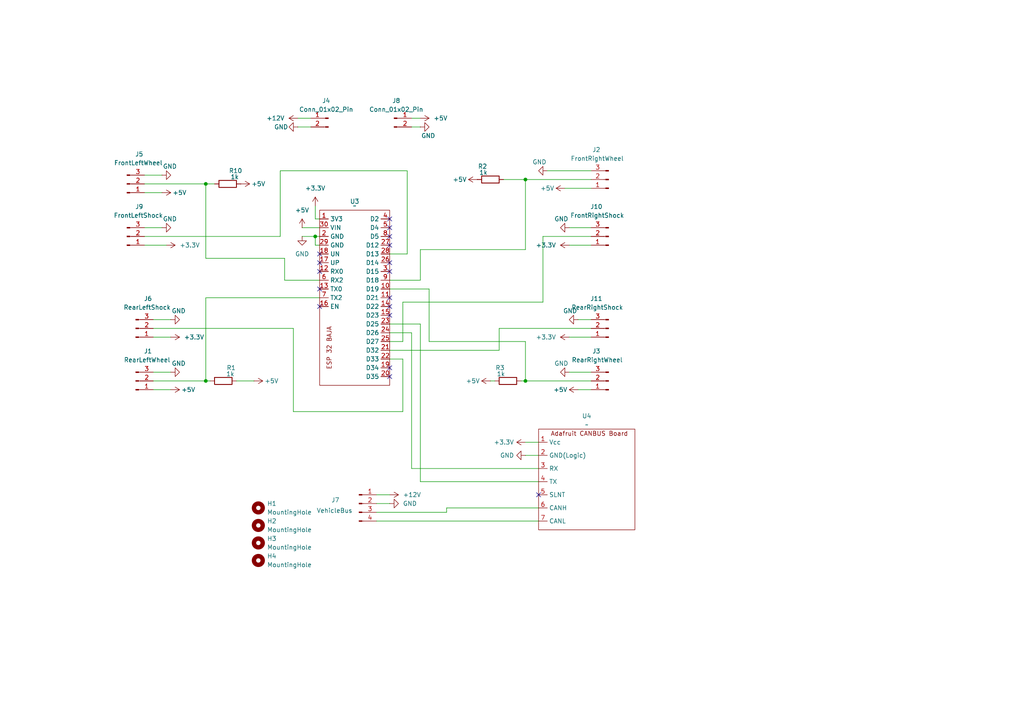
<source format=kicad_sch>
(kicad_sch
	(version 20231120)
	(generator "eeschema")
	(generator_version "8.0")
	(uuid "919628b6-09d4-4730-8c94-2b55dbb3cc38")
	(paper "A4")
	(lib_symbols
		(symbol "CanBUSPedal:Adafruit_CAN_Pal"
			(exclude_from_sim no)
			(in_bom yes)
			(on_board yes)
			(property "Reference" "U4"
				(at -1.27 7.62 0)
				(effects
					(font
						(size 1.27 1.27)
					)
				)
			)
			(property "Value" "~"
				(at -1.27 5.08 0)
				(effects
					(font
						(size 1.27 1.27)
					)
				)
			)
			(property "Footprint" "WheelSpeed:1x7 Connectors"
				(at 0 0 0)
				(effects
					(font
						(size 1.27 1.27)
					)
					(hide yes)
				)
			)
			(property "Datasheet" ""
				(at 0 0 0)
				(effects
					(font
						(size 1.27 1.27)
					)
					(hide yes)
				)
			)
			(property "Description" ""
				(at 0 0 0)
				(effects
					(font
						(size 1.27 1.27)
					)
					(hide yes)
				)
			)
			(symbol "Adafruit_CAN_Pal_1_1"
				(rectangle
					(start -15.24 -25.4)
					(end 12.7 3.81)
					(stroke
						(width 0)
						(type default)
					)
					(fill
						(type none)
					)
				)
				(text "Adafruit CANBUS Board"
					(at -0.508 2.54 0)
					(effects
						(font
							(size 1.27 1.27)
						)
					)
				)
				(pin input line
					(at -15.24 0 0)
					(length 2.54)
					(name "Vcc"
						(effects
							(font
								(size 1.27 1.27)
							)
						)
					)
					(number "1"
						(effects
							(font
								(size 1.27 1.27)
							)
						)
					)
				)
				(pin input line
					(at -15.24 -3.81 0)
					(length 2.54)
					(name "GND(Logic)"
						(effects
							(font
								(size 1.27 1.27)
							)
						)
					)
					(number "2"
						(effects
							(font
								(size 1.27 1.27)
							)
						)
					)
				)
				(pin input line
					(at -15.24 -7.62 0)
					(length 2.54)
					(name "RX"
						(effects
							(font
								(size 1.27 1.27)
							)
						)
					)
					(number "3"
						(effects
							(font
								(size 1.27 1.27)
							)
						)
					)
				)
				(pin input line
					(at -15.24 -11.43 0)
					(length 2.54)
					(name "TX"
						(effects
							(font
								(size 1.27 1.27)
							)
						)
					)
					(number "4"
						(effects
							(font
								(size 1.27 1.27)
							)
						)
					)
				)
				(pin input line
					(at -15.24 -15.24 0)
					(length 2.54)
					(name "SLNT"
						(effects
							(font
								(size 1.27 1.27)
							)
						)
					)
					(number "5"
						(effects
							(font
								(size 1.27 1.27)
							)
						)
					)
				)
				(pin input line
					(at -15.24 -19.05 0)
					(length 2.54)
					(name "CANH"
						(effects
							(font
								(size 1.27 1.27)
							)
						)
					)
					(number "6"
						(effects
							(font
								(size 1.27 1.27)
							)
						)
					)
				)
				(pin input line
					(at -15.24 -22.86 0)
					(length 2.54)
					(name "CANL"
						(effects
							(font
								(size 1.27 1.27)
							)
						)
					)
					(number "7"
						(effects
							(font
								(size 1.27 1.27)
							)
						)
					)
				)
			)
		)
		(symbol "Connector:Conn_01x02_Pin"
			(pin_names
				(offset 1.016) hide)
			(exclude_from_sim no)
			(in_bom yes)
			(on_board yes)
			(property "Reference" "J"
				(at 0 2.54 0)
				(effects
					(font
						(size 1.27 1.27)
					)
				)
			)
			(property "Value" "Conn_01x02_Pin"
				(at 0 -5.08 0)
				(effects
					(font
						(size 1.27 1.27)
					)
				)
			)
			(property "Footprint" ""
				(at 0 0 0)
				(effects
					(font
						(size 1.27 1.27)
					)
					(hide yes)
				)
			)
			(property "Datasheet" "~"
				(at 0 0 0)
				(effects
					(font
						(size 1.27 1.27)
					)
					(hide yes)
				)
			)
			(property "Description" "Generic connector, single row, 01x02, script generated"
				(at 0 0 0)
				(effects
					(font
						(size 1.27 1.27)
					)
					(hide yes)
				)
			)
			(property "ki_locked" ""
				(at 0 0 0)
				(effects
					(font
						(size 1.27 1.27)
					)
				)
			)
			(property "ki_keywords" "connector"
				(at 0 0 0)
				(effects
					(font
						(size 1.27 1.27)
					)
					(hide yes)
				)
			)
			(property "ki_fp_filters" "Connector*:*_1x??_*"
				(at 0 0 0)
				(effects
					(font
						(size 1.27 1.27)
					)
					(hide yes)
				)
			)
			(symbol "Conn_01x02_Pin_1_1"
				(polyline
					(pts
						(xy 1.27 -2.54) (xy 0.8636 -2.54)
					)
					(stroke
						(width 0.1524)
						(type default)
					)
					(fill
						(type none)
					)
				)
				(polyline
					(pts
						(xy 1.27 0) (xy 0.8636 0)
					)
					(stroke
						(width 0.1524)
						(type default)
					)
					(fill
						(type none)
					)
				)
				(rectangle
					(start 0.8636 -2.413)
					(end 0 -2.667)
					(stroke
						(width 0.1524)
						(type default)
					)
					(fill
						(type outline)
					)
				)
				(rectangle
					(start 0.8636 0.127)
					(end 0 -0.127)
					(stroke
						(width 0.1524)
						(type default)
					)
					(fill
						(type outline)
					)
				)
				(pin passive line
					(at 5.08 0 180)
					(length 3.81)
					(name "Pin_1"
						(effects
							(font
								(size 1.27 1.27)
							)
						)
					)
					(number "1"
						(effects
							(font
								(size 1.27 1.27)
							)
						)
					)
				)
				(pin passive line
					(at 5.08 -2.54 180)
					(length 3.81)
					(name "Pin_2"
						(effects
							(font
								(size 1.27 1.27)
							)
						)
					)
					(number "2"
						(effects
							(font
								(size 1.27 1.27)
							)
						)
					)
				)
			)
		)
		(symbol "Connector:Conn_01x03_Pin"
			(pin_names
				(offset 1.016) hide)
			(exclude_from_sim no)
			(in_bom yes)
			(on_board yes)
			(property "Reference" "J"
				(at 0 5.08 0)
				(effects
					(font
						(size 1.27 1.27)
					)
				)
			)
			(property "Value" "Conn_01x03_Pin"
				(at 0 -5.08 0)
				(effects
					(font
						(size 1.27 1.27)
					)
				)
			)
			(property "Footprint" ""
				(at 0 0 0)
				(effects
					(font
						(size 1.27 1.27)
					)
					(hide yes)
				)
			)
			(property "Datasheet" "~"
				(at 0 0 0)
				(effects
					(font
						(size 1.27 1.27)
					)
					(hide yes)
				)
			)
			(property "Description" "Generic connector, single row, 01x03, script generated"
				(at 0 0 0)
				(effects
					(font
						(size 1.27 1.27)
					)
					(hide yes)
				)
			)
			(property "ki_locked" ""
				(at 0 0 0)
				(effects
					(font
						(size 1.27 1.27)
					)
				)
			)
			(property "ki_keywords" "connector"
				(at 0 0 0)
				(effects
					(font
						(size 1.27 1.27)
					)
					(hide yes)
				)
			)
			(property "ki_fp_filters" "Connector*:*_1x??_*"
				(at 0 0 0)
				(effects
					(font
						(size 1.27 1.27)
					)
					(hide yes)
				)
			)
			(symbol "Conn_01x03_Pin_1_1"
				(polyline
					(pts
						(xy 1.27 -2.54) (xy 0.8636 -2.54)
					)
					(stroke
						(width 0.1524)
						(type default)
					)
					(fill
						(type none)
					)
				)
				(polyline
					(pts
						(xy 1.27 0) (xy 0.8636 0)
					)
					(stroke
						(width 0.1524)
						(type default)
					)
					(fill
						(type none)
					)
				)
				(polyline
					(pts
						(xy 1.27 2.54) (xy 0.8636 2.54)
					)
					(stroke
						(width 0.1524)
						(type default)
					)
					(fill
						(type none)
					)
				)
				(rectangle
					(start 0.8636 -2.413)
					(end 0 -2.667)
					(stroke
						(width 0.1524)
						(type default)
					)
					(fill
						(type outline)
					)
				)
				(rectangle
					(start 0.8636 0.127)
					(end 0 -0.127)
					(stroke
						(width 0.1524)
						(type default)
					)
					(fill
						(type outline)
					)
				)
				(rectangle
					(start 0.8636 2.667)
					(end 0 2.413)
					(stroke
						(width 0.1524)
						(type default)
					)
					(fill
						(type outline)
					)
				)
				(pin passive line
					(at 5.08 2.54 180)
					(length 3.81)
					(name "Pin_1"
						(effects
							(font
								(size 1.27 1.27)
							)
						)
					)
					(number "1"
						(effects
							(font
								(size 1.27 1.27)
							)
						)
					)
				)
				(pin passive line
					(at 5.08 0 180)
					(length 3.81)
					(name "Pin_2"
						(effects
							(font
								(size 1.27 1.27)
							)
						)
					)
					(number "2"
						(effects
							(font
								(size 1.27 1.27)
							)
						)
					)
				)
				(pin passive line
					(at 5.08 -2.54 180)
					(length 3.81)
					(name "Pin_3"
						(effects
							(font
								(size 1.27 1.27)
							)
						)
					)
					(number "3"
						(effects
							(font
								(size 1.27 1.27)
							)
						)
					)
				)
			)
		)
		(symbol "Connector:Conn_01x04_Pin"
			(pin_names
				(offset 1.016) hide)
			(exclude_from_sim no)
			(in_bom yes)
			(on_board yes)
			(property "Reference" "J7"
				(at -6.858 1.016 0)
				(effects
					(font
						(size 1.27 1.27)
					)
				)
			)
			(property "Value" "VehicleBus"
				(at -7.112 -2.032 0)
				(effects
					(font
						(size 1.27 1.27)
					)
				)
			)
			(property "Footprint" "WheelSpeed:4pin"
				(at -1.016 7.874 0)
				(effects
					(font
						(size 1.27 1.27)
					)
					(hide yes)
				)
			)
			(property "Datasheet" "~"
				(at -1.016 7.874 0)
				(effects
					(font
						(size 1.27 1.27)
					)
					(hide yes)
				)
			)
			(property "Description" "Generic connector, single row, 01x04, script generated"
				(at -1.016 7.874 0)
				(effects
					(font
						(size 1.27 1.27)
					)
					(hide yes)
				)
			)
			(property "ki_locked" ""
				(at 0 0 0)
				(effects
					(font
						(size 1.27 1.27)
					)
				)
			)
			(property "ki_keywords" "connector"
				(at 0 0 0)
				(effects
					(font
						(size 1.27 1.27)
					)
					(hide yes)
				)
			)
			(property "ki_fp_filters" "Connector*:*_1x??_*"
				(at 0 0 0)
				(effects
					(font
						(size 1.27 1.27)
					)
					(hide yes)
				)
			)
			(symbol "Conn_01x04_Pin_1_1"
				(polyline
					(pts
						(xy 1.27 -5.08) (xy 0.8636 -5.08)
					)
					(stroke
						(width 0.1524)
						(type default)
					)
					(fill
						(type none)
					)
				)
				(polyline
					(pts
						(xy 1.27 -2.54) (xy 0.8636 -2.54)
					)
					(stroke
						(width 0.1524)
						(type default)
					)
					(fill
						(type none)
					)
				)
				(polyline
					(pts
						(xy 1.27 0) (xy 0.8636 0)
					)
					(stroke
						(width 0.1524)
						(type default)
					)
					(fill
						(type none)
					)
				)
				(polyline
					(pts
						(xy 1.27 2.54) (xy 0.8636 2.54)
					)
					(stroke
						(width 0.1524)
						(type default)
					)
					(fill
						(type none)
					)
				)
				(rectangle
					(start 0.8636 -4.953)
					(end 0 -5.207)
					(stroke
						(width 0.1524)
						(type default)
					)
					(fill
						(type outline)
					)
				)
				(rectangle
					(start 0.8636 -2.413)
					(end 0 -2.667)
					(stroke
						(width 0.1524)
						(type default)
					)
					(fill
						(type outline)
					)
				)
				(rectangle
					(start 0.8636 0.127)
					(end 0 -0.127)
					(stroke
						(width 0.1524)
						(type default)
					)
					(fill
						(type outline)
					)
				)
				(rectangle
					(start 0.8636 2.667)
					(end 0 2.413)
					(stroke
						(width 0.1524)
						(type default)
					)
					(fill
						(type outline)
					)
				)
				(pin power_in line
					(at 5.08 2.54 180)
					(length 3.81)
					(name "Pin_1"
						(effects
							(font
								(size 1.27 1.27)
							)
						)
					)
					(number "1"
						(effects
							(font
								(size 1.27 1.27)
							)
						)
					)
				)
				(pin power_in line
					(at 5.08 0 180)
					(length 3.81)
					(name "Pin_2"
						(effects
							(font
								(size 1.27 1.27)
							)
						)
					)
					(number "2"
						(effects
							(font
								(size 1.27 1.27)
							)
						)
					)
				)
				(pin bidirectional line
					(at 5.08 -2.54 180)
					(length 3.81)
					(name "Pin_3"
						(effects
							(font
								(size 1.27 1.27)
							)
						)
					)
					(number "3"
						(effects
							(font
								(size 1.27 1.27)
							)
						)
					)
				)
				(pin bidirectional line
					(at 5.08 -5.08 180)
					(length 3.81)
					(name "Pin_4"
						(effects
							(font
								(size 1.27 1.27)
							)
						)
					)
					(number "4"
						(effects
							(font
								(size 1.27 1.27)
							)
						)
					)
				)
			)
		)
		(symbol "Device:R"
			(pin_numbers hide)
			(pin_names
				(offset 0)
			)
			(exclude_from_sim no)
			(in_bom yes)
			(on_board yes)
			(property "Reference" "R"
				(at 2.032 0 90)
				(effects
					(font
						(size 1.27 1.27)
					)
				)
			)
			(property "Value" "R"
				(at 0 0 90)
				(effects
					(font
						(size 1.27 1.27)
					)
				)
			)
			(property "Footprint" ""
				(at -1.778 0 90)
				(effects
					(font
						(size 1.27 1.27)
					)
					(hide yes)
				)
			)
			(property "Datasheet" "~"
				(at 0 0 0)
				(effects
					(font
						(size 1.27 1.27)
					)
					(hide yes)
				)
			)
			(property "Description" "Resistor"
				(at 0 0 0)
				(effects
					(font
						(size 1.27 1.27)
					)
					(hide yes)
				)
			)
			(property "ki_keywords" "R res resistor"
				(at 0 0 0)
				(effects
					(font
						(size 1.27 1.27)
					)
					(hide yes)
				)
			)
			(property "ki_fp_filters" "R_*"
				(at 0 0 0)
				(effects
					(font
						(size 1.27 1.27)
					)
					(hide yes)
				)
			)
			(symbol "R_0_1"
				(rectangle
					(start -1.016 -2.54)
					(end 1.016 2.54)
					(stroke
						(width 0.254)
						(type default)
					)
					(fill
						(type none)
					)
				)
			)
			(symbol "R_1_1"
				(pin passive line
					(at 0 3.81 270)
					(length 1.27)
					(name "~"
						(effects
							(font
								(size 1.27 1.27)
							)
						)
					)
					(number "1"
						(effects
							(font
								(size 1.27 1.27)
							)
						)
					)
				)
				(pin passive line
					(at 0 -3.81 90)
					(length 1.27)
					(name "~"
						(effects
							(font
								(size 1.27 1.27)
							)
						)
					)
					(number "2"
						(effects
							(font
								(size 1.27 1.27)
							)
						)
					)
				)
			)
		)
		(symbol "ESP 32Pedal:ESP32"
			(exclude_from_sim no)
			(in_bom yes)
			(on_board yes)
			(property "Reference" "U"
				(at 0 0 0)
				(effects
					(font
						(size 1.27 1.27)
					)
				)
			)
			(property "Value" ""
				(at 0 0 0)
				(effects
					(font
						(size 1.27 1.27)
					)
				)
			)
			(property "Footprint" "ESP 32:ESP 32 BAJA"
				(at -1.016 -36.322 90)
				(effects
					(font
						(size 1.27 1.27)
					)
					(hide yes)
				)
			)
			(property "Datasheet" ""
				(at 0 0 0)
				(effects
					(font
						(size 1.27 1.27)
					)
					(hide yes)
				)
			)
			(property "Description" ""
				(at 0 0 0)
				(effects
					(font
						(size 1.27 1.27)
					)
					(hide yes)
				)
			)
			(symbol "ESP32_0_1"
				(rectangle
					(start -10.16 1.27)
					(end 10.16 -49.53)
					(stroke
						(width 0)
						(type default)
					)
					(fill
						(type none)
					)
				)
			)
			(symbol "ESP32_1_1"
				(text "ESP 32 BAJA\n"
					(at -7.366 -38.608 900)
					(effects
						(font
							(size 1.27 1.27)
						)
					)
				)
				(pin power_in line
					(at -10.16 -1.27 0)
					(length 2.54)
					(name "3V3"
						(effects
							(font
								(size 1.27 1.27)
							)
						)
					)
					(number "1"
						(effects
							(font
								(size 1.27 1.27)
							)
						)
					)
				)
				(pin bidirectional line
					(at 10.16 -21.59 180)
					(length 2.54)
					(name "D19"
						(effects
							(font
								(size 1.27 1.27)
							)
						)
					)
					(number "10"
						(effects
							(font
								(size 1.27 1.27)
							)
						)
					)
				)
				(pin bidirectional line
					(at 10.16 -24.13 180)
					(length 2.54)
					(name "D21"
						(effects
							(font
								(size 1.27 1.27)
							)
						)
					)
					(number "11"
						(effects
							(font
								(size 1.27 1.27)
							)
						)
					)
				)
				(pin input line
					(at -10.16 -16.51 0)
					(length 2.54)
					(name "RX0"
						(effects
							(font
								(size 1.27 1.27)
							)
						)
					)
					(number "12"
						(effects
							(font
								(size 1.27 1.27)
							)
						)
					)
				)
				(pin output line
					(at -10.16 -21.59 0)
					(length 2.54)
					(name "TX0"
						(effects
							(font
								(size 1.27 1.27)
							)
						)
					)
					(number "13"
						(effects
							(font
								(size 1.27 1.27)
							)
						)
					)
				)
				(pin bidirectional line
					(at 10.16 -26.67 180)
					(length 2.54)
					(name "D22"
						(effects
							(font
								(size 1.27 1.27)
							)
						)
					)
					(number "14"
						(effects
							(font
								(size 1.27 1.27)
							)
						)
					)
				)
				(pin bidirectional line
					(at 10.16 -29.21 180)
					(length 2.54)
					(name "D23"
						(effects
							(font
								(size 1.27 1.27)
							)
						)
					)
					(number "15"
						(effects
							(font
								(size 1.27 1.27)
							)
						)
					)
				)
				(pin bidirectional line
					(at -10.16 -26.67 0)
					(length 2.54)
					(name "EN"
						(effects
							(font
								(size 1.27 1.27)
							)
						)
					)
					(number "16"
						(effects
							(font
								(size 1.27 1.27)
							)
						)
					)
				)
				(pin passive line
					(at -10.16 -13.97 0)
					(length 2.54)
					(name "UP"
						(effects
							(font
								(size 1.27 1.27)
							)
						)
					)
					(number "17"
						(effects
							(font
								(size 1.27 1.27)
							)
						)
					)
				)
				(pin free line
					(at -10.16 -11.43 0)
					(length 2.54)
					(name "UN"
						(effects
							(font
								(size 1.27 1.27)
							)
						)
					)
					(number "18"
						(effects
							(font
								(size 1.27 1.27)
							)
						)
					)
				)
				(pin bidirectional line
					(at 10.16 -44.45 180)
					(length 2.54)
					(name "D34"
						(effects
							(font
								(size 1.27 1.27)
							)
						)
					)
					(number "19"
						(effects
							(font
								(size 1.27 1.27)
							)
						)
					)
				)
				(pin power_in line
					(at -10.16 -6.35 0)
					(length 2.54)
					(name "GND"
						(effects
							(font
								(size 1.27 1.27)
							)
						)
					)
					(number "2"
						(effects
							(font
								(size 1.27 1.27)
							)
						)
					)
				)
				(pin bidirectional line
					(at 10.16 -46.99 180)
					(length 2.54)
					(name "D35"
						(effects
							(font
								(size 1.27 1.27)
							)
						)
					)
					(number "20"
						(effects
							(font
								(size 1.27 1.27)
							)
						)
					)
				)
				(pin bidirectional line
					(at 10.16 -39.37 180)
					(length 2.54)
					(name "D32"
						(effects
							(font
								(size 1.27 1.27)
							)
						)
					)
					(number "21"
						(effects
							(font
								(size 1.27 1.27)
							)
						)
					)
				)
				(pin bidirectional line
					(at 10.16 -41.91 180)
					(length 2.54)
					(name "D33"
						(effects
							(font
								(size 1.27 1.27)
							)
						)
					)
					(number "22"
						(effects
							(font
								(size 1.27 1.27)
							)
						)
					)
				)
				(pin bidirectional line
					(at 10.16 -31.75 180)
					(length 2.54)
					(name "D25"
						(effects
							(font
								(size 1.27 1.27)
							)
						)
					)
					(number "23"
						(effects
							(font
								(size 1.27 1.27)
							)
						)
					)
				)
				(pin bidirectional line
					(at 10.16 -34.29 180)
					(length 2.54)
					(name "D26"
						(effects
							(font
								(size 1.27 1.27)
							)
						)
					)
					(number "24"
						(effects
							(font
								(size 1.27 1.27)
							)
						)
					)
				)
				(pin bidirectional line
					(at 10.16 -36.83 180)
					(length 2.54)
					(name "D27"
						(effects
							(font
								(size 1.27 1.27)
							)
						)
					)
					(number "25"
						(effects
							(font
								(size 1.27 1.27)
							)
						)
					)
				)
				(pin bidirectional line
					(at 10.16 -13.97 180)
					(length 2.54)
					(name "D14"
						(effects
							(font
								(size 1.27 1.27)
							)
						)
					)
					(number "26"
						(effects
							(font
								(size 1.27 1.27)
							)
						)
					)
				)
				(pin bidirectional line
					(at 10.16 -8.89 180)
					(length 2.54)
					(name "D12"
						(effects
							(font
								(size 1.27 1.27)
							)
						)
					)
					(number "27"
						(effects
							(font
								(size 1.27 1.27)
							)
						)
					)
				)
				(pin bidirectional line
					(at 10.16 -11.43 180)
					(length 2.54)
					(name "D13"
						(effects
							(font
								(size 1.27 1.27)
							)
						)
					)
					(number "28"
						(effects
							(font
								(size 1.27 1.27)
							)
						)
					)
				)
				(pin power_in line
					(at -10.16 -8.89 0)
					(length 2.54)
					(name "GND"
						(effects
							(font
								(size 1.27 1.27)
							)
						)
					)
					(number "29"
						(effects
							(font
								(size 1.27 1.27)
							)
						)
					)
				)
				(pin bidirectional line
					(at 10.16 -16.51 180)
					(length 2.54)
					(name "D15"
						(effects
							(font
								(size 1.27 1.27)
							)
						)
					)
					(number "3"
						(effects
							(font
								(size 1.27 1.27)
							)
						)
					)
				)
				(pin power_in line
					(at -10.16 -3.81 0)
					(length 2.54)
					(name "VIN"
						(effects
							(font
								(size 1.27 1.27)
							)
						)
					)
					(number "30"
						(effects
							(font
								(size 1.27 1.27)
							)
						)
					)
				)
				(pin bidirectional line
					(at 10.16 -1.27 180)
					(length 2.54)
					(name "D2"
						(effects
							(font
								(size 1.27 1.27)
							)
						)
					)
					(number "4"
						(effects
							(font
								(size 1.27 1.27)
							)
						)
					)
				)
				(pin bidirectional line
					(at 10.16 -3.81 180)
					(length 2.54)
					(name "D4"
						(effects
							(font
								(size 1.27 1.27)
							)
						)
					)
					(number "5"
						(effects
							(font
								(size 1.27 1.27)
							)
						)
					)
				)
				(pin input line
					(at -10.16 -19.05 0)
					(length 2.54)
					(name "RX2"
						(effects
							(font
								(size 1.27 1.27)
							)
						)
					)
					(number "6"
						(effects
							(font
								(size 1.27 1.27)
							)
						)
					)
				)
				(pin output line
					(at -10.16 -24.13 0)
					(length 2.54)
					(name "TX2"
						(effects
							(font
								(size 1.27 1.27)
							)
						)
					)
					(number "7"
						(effects
							(font
								(size 1.27 1.27)
							)
						)
					)
				)
				(pin bidirectional line
					(at 10.16 -6.35 180)
					(length 2.54)
					(name "D5"
						(effects
							(font
								(size 1.27 1.27)
							)
						)
					)
					(number "8"
						(effects
							(font
								(size 1.27 1.27)
							)
						)
					)
				)
				(pin bidirectional line
					(at 10.16 -19.05 180)
					(length 2.54)
					(name "D18"
						(effects
							(font
								(size 1.27 1.27)
							)
						)
					)
					(number "9"
						(effects
							(font
								(size 1.27 1.27)
							)
						)
					)
				)
			)
		)
		(symbol "Mechanical:MountingHole"
			(pin_names
				(offset 1.016)
			)
			(exclude_from_sim yes)
			(in_bom no)
			(on_board yes)
			(property "Reference" "H"
				(at 0 5.08 0)
				(effects
					(font
						(size 1.27 1.27)
					)
				)
			)
			(property "Value" "MountingHole"
				(at 0 3.175 0)
				(effects
					(font
						(size 1.27 1.27)
					)
				)
			)
			(property "Footprint" ""
				(at 0 0 0)
				(effects
					(font
						(size 1.27 1.27)
					)
					(hide yes)
				)
			)
			(property "Datasheet" "~"
				(at 0 0 0)
				(effects
					(font
						(size 1.27 1.27)
					)
					(hide yes)
				)
			)
			(property "Description" "Mounting Hole without connection"
				(at 0 0 0)
				(effects
					(font
						(size 1.27 1.27)
					)
					(hide yes)
				)
			)
			(property "ki_keywords" "mounting hole"
				(at 0 0 0)
				(effects
					(font
						(size 1.27 1.27)
					)
					(hide yes)
				)
			)
			(property "ki_fp_filters" "MountingHole*"
				(at 0 0 0)
				(effects
					(font
						(size 1.27 1.27)
					)
					(hide yes)
				)
			)
			(symbol "MountingHole_0_1"
				(circle
					(center 0 0)
					(radius 1.27)
					(stroke
						(width 1.27)
						(type default)
					)
					(fill
						(type none)
					)
				)
			)
		)
		(symbol "power:+12V"
			(power)
			(pin_numbers hide)
			(pin_names
				(offset 0) hide)
			(exclude_from_sim no)
			(in_bom yes)
			(on_board yes)
			(property "Reference" "#PWR"
				(at 0 -3.81 0)
				(effects
					(font
						(size 1.27 1.27)
					)
					(hide yes)
				)
			)
			(property "Value" "+12V"
				(at 0 3.556 0)
				(effects
					(font
						(size 1.27 1.27)
					)
				)
			)
			(property "Footprint" ""
				(at 0 0 0)
				(effects
					(font
						(size 1.27 1.27)
					)
					(hide yes)
				)
			)
			(property "Datasheet" ""
				(at 0 0 0)
				(effects
					(font
						(size 1.27 1.27)
					)
					(hide yes)
				)
			)
			(property "Description" "Power symbol creates a global label with name \"+12V\""
				(at 0 0 0)
				(effects
					(font
						(size 1.27 1.27)
					)
					(hide yes)
				)
			)
			(property "ki_keywords" "global power"
				(at 0 0 0)
				(effects
					(font
						(size 1.27 1.27)
					)
					(hide yes)
				)
			)
			(symbol "+12V_0_1"
				(polyline
					(pts
						(xy -0.762 1.27) (xy 0 2.54)
					)
					(stroke
						(width 0)
						(type default)
					)
					(fill
						(type none)
					)
				)
				(polyline
					(pts
						(xy 0 0) (xy 0 2.54)
					)
					(stroke
						(width 0)
						(type default)
					)
					(fill
						(type none)
					)
				)
				(polyline
					(pts
						(xy 0 2.54) (xy 0.762 1.27)
					)
					(stroke
						(width 0)
						(type default)
					)
					(fill
						(type none)
					)
				)
			)
			(symbol "+12V_1_1"
				(pin power_in line
					(at 0 0 90)
					(length 0)
					(name "~"
						(effects
							(font
								(size 1.27 1.27)
							)
						)
					)
					(number "1"
						(effects
							(font
								(size 1.27 1.27)
							)
						)
					)
				)
			)
		)
		(symbol "power:+3.3V"
			(power)
			(pin_numbers hide)
			(pin_names
				(offset 0) hide)
			(exclude_from_sim no)
			(in_bom yes)
			(on_board yes)
			(property "Reference" "#PWR"
				(at 0 -3.81 0)
				(effects
					(font
						(size 1.27 1.27)
					)
					(hide yes)
				)
			)
			(property "Value" "+3.3V"
				(at 0 3.556 0)
				(effects
					(font
						(size 1.27 1.27)
					)
				)
			)
			(property "Footprint" ""
				(at 0 0 0)
				(effects
					(font
						(size 1.27 1.27)
					)
					(hide yes)
				)
			)
			(property "Datasheet" ""
				(at 0 0 0)
				(effects
					(font
						(size 1.27 1.27)
					)
					(hide yes)
				)
			)
			(property "Description" "Power symbol creates a global label with name \"+3.3V\""
				(at 0 0 0)
				(effects
					(font
						(size 1.27 1.27)
					)
					(hide yes)
				)
			)
			(property "ki_keywords" "global power"
				(at 0 0 0)
				(effects
					(font
						(size 1.27 1.27)
					)
					(hide yes)
				)
			)
			(symbol "+3.3V_0_1"
				(polyline
					(pts
						(xy -0.762 1.27) (xy 0 2.54)
					)
					(stroke
						(width 0)
						(type default)
					)
					(fill
						(type none)
					)
				)
				(polyline
					(pts
						(xy 0 0) (xy 0 2.54)
					)
					(stroke
						(width 0)
						(type default)
					)
					(fill
						(type none)
					)
				)
				(polyline
					(pts
						(xy 0 2.54) (xy 0.762 1.27)
					)
					(stroke
						(width 0)
						(type default)
					)
					(fill
						(type none)
					)
				)
			)
			(symbol "+3.3V_1_1"
				(pin power_in line
					(at 0 0 90)
					(length 0)
					(name "~"
						(effects
							(font
								(size 1.27 1.27)
							)
						)
					)
					(number "1"
						(effects
							(font
								(size 1.27 1.27)
							)
						)
					)
				)
			)
		)
		(symbol "power:+5V"
			(power)
			(pin_numbers hide)
			(pin_names
				(offset 0) hide)
			(exclude_from_sim no)
			(in_bom yes)
			(on_board yes)
			(property "Reference" "#PWR"
				(at 0 -3.81 0)
				(effects
					(font
						(size 1.27 1.27)
					)
					(hide yes)
				)
			)
			(property "Value" "+5V"
				(at 0 3.556 0)
				(effects
					(font
						(size 1.27 1.27)
					)
				)
			)
			(property "Footprint" ""
				(at 0 0 0)
				(effects
					(font
						(size 1.27 1.27)
					)
					(hide yes)
				)
			)
			(property "Datasheet" ""
				(at 0 0 0)
				(effects
					(font
						(size 1.27 1.27)
					)
					(hide yes)
				)
			)
			(property "Description" "Power symbol creates a global label with name \"+5V\""
				(at 0 0 0)
				(effects
					(font
						(size 1.27 1.27)
					)
					(hide yes)
				)
			)
			(property "ki_keywords" "global power"
				(at 0 0 0)
				(effects
					(font
						(size 1.27 1.27)
					)
					(hide yes)
				)
			)
			(symbol "+5V_0_1"
				(polyline
					(pts
						(xy -0.762 1.27) (xy 0 2.54)
					)
					(stroke
						(width 0)
						(type default)
					)
					(fill
						(type none)
					)
				)
				(polyline
					(pts
						(xy 0 0) (xy 0 2.54)
					)
					(stroke
						(width 0)
						(type default)
					)
					(fill
						(type none)
					)
				)
				(polyline
					(pts
						(xy 0 2.54) (xy 0.762 1.27)
					)
					(stroke
						(width 0)
						(type default)
					)
					(fill
						(type none)
					)
				)
			)
			(symbol "+5V_1_1"
				(pin power_in line
					(at 0 0 90)
					(length 0)
					(name "~"
						(effects
							(font
								(size 1.27 1.27)
							)
						)
					)
					(number "1"
						(effects
							(font
								(size 1.27 1.27)
							)
						)
					)
				)
			)
		)
		(symbol "power:GND"
			(power)
			(pin_numbers hide)
			(pin_names
				(offset 0) hide)
			(exclude_from_sim no)
			(in_bom yes)
			(on_board yes)
			(property "Reference" "#PWR"
				(at 0 -6.35 0)
				(effects
					(font
						(size 1.27 1.27)
					)
					(hide yes)
				)
			)
			(property "Value" "GND"
				(at 0 -3.81 0)
				(effects
					(font
						(size 1.27 1.27)
					)
				)
			)
			(property "Footprint" ""
				(at 0 0 0)
				(effects
					(font
						(size 1.27 1.27)
					)
					(hide yes)
				)
			)
			(property "Datasheet" ""
				(at 0 0 0)
				(effects
					(font
						(size 1.27 1.27)
					)
					(hide yes)
				)
			)
			(property "Description" "Power symbol creates a global label with name \"GND\" , ground"
				(at 0 0 0)
				(effects
					(font
						(size 1.27 1.27)
					)
					(hide yes)
				)
			)
			(property "ki_keywords" "global power"
				(at 0 0 0)
				(effects
					(font
						(size 1.27 1.27)
					)
					(hide yes)
				)
			)
			(symbol "GND_0_1"
				(polyline
					(pts
						(xy 0 0) (xy 0 -1.27) (xy 1.27 -1.27) (xy 0 -2.54) (xy -1.27 -1.27) (xy 0 -1.27)
					)
					(stroke
						(width 0)
						(type default)
					)
					(fill
						(type none)
					)
				)
			)
			(symbol "GND_1_1"
				(pin power_in line
					(at 0 0 270)
					(length 0)
					(name "~"
						(effects
							(font
								(size 1.27 1.27)
							)
						)
					)
					(number "1"
						(effects
							(font
								(size 1.27 1.27)
							)
						)
					)
				)
			)
		)
	)
	(junction
		(at 59.69 110.49)
		(diameter 0)
		(color 0 0 0 0)
		(uuid "2622912c-a23b-43da-b173-4205f146fa53")
	)
	(junction
		(at 152.4 110.49)
		(diameter 0)
		(color 0 0 0 0)
		(uuid "39a0c537-64cd-44db-af41-72692338181f")
	)
	(junction
		(at 91.44 68.58)
		(diameter 0)
		(color 0 0 0 0)
		(uuid "8de5d76c-a284-480a-b9fe-ab2445f42dd3")
	)
	(junction
		(at 59.69 53.34)
		(diameter 0)
		(color 0 0 0 0)
		(uuid "b0c26112-54fd-42e2-a656-81dea1fb1d42")
	)
	(junction
		(at 152.4 52.07)
		(diameter 0)
		(color 0 0 0 0)
		(uuid "eff08ed0-2124-4649-93d9-762b4d707973")
	)
	(no_connect
		(at 92.71 73.66)
		(uuid "010b3833-67c7-47af-a327-9f7308630574")
	)
	(no_connect
		(at 113.03 76.2)
		(uuid "09b1b045-d8fb-4aa5-abcc-292df07eb96e")
	)
	(no_connect
		(at 113.03 71.12)
		(uuid "13e70cdf-f09e-4e84-beee-67ac1fd15707")
	)
	(no_connect
		(at 113.03 109.22)
		(uuid "469570d1-db1c-40ad-9fea-eabcfbb03792")
	)
	(no_connect
		(at 92.71 83.82)
		(uuid "5c9eb4b9-b5b3-4570-a10e-15f0a8df1c60")
	)
	(no_connect
		(at 113.03 66.04)
		(uuid "641fa213-0194-4faf-9050-c4717da8da39")
	)
	(no_connect
		(at 113.03 68.58)
		(uuid "8535f2b5-bb1c-4a0a-8d01-8eec7aa03fd5")
	)
	(no_connect
		(at 113.03 91.44)
		(uuid "8b51bd02-1b19-4b16-af14-2ecaf3d10143")
	)
	(no_connect
		(at 113.03 88.9)
		(uuid "8e895052-0593-425a-a19a-d2bf579a0cb4")
	)
	(no_connect
		(at 113.03 106.68)
		(uuid "93506b0d-9422-4dc5-8095-065b7a94e9fc")
	)
	(no_connect
		(at 113.03 78.74)
		(uuid "960cdb5c-406e-43cf-ba00-07d498f508c3")
	)
	(no_connect
		(at 92.71 88.9)
		(uuid "ad2a0333-b075-4047-8f73-557586c4958a")
	)
	(no_connect
		(at 113.03 86.36)
		(uuid "bfc9ecc9-901a-4a85-934a-206f3dc50d72")
	)
	(no_connect
		(at 156.21 143.51)
		(uuid "bfd853f5-b980-4485-a93f-55f1c4bf0845")
	)
	(no_connect
		(at 92.71 76.2)
		(uuid "c2da8467-eba5-4785-b694-968d81edd953")
	)
	(no_connect
		(at 92.71 78.74)
		(uuid "f8f4b435-ee2f-4804-bbff-078af3876cd2")
	)
	(no_connect
		(at 113.03 63.5)
		(uuid "fd3c20db-9906-4795-8a54-ea5cf7555f63")
	)
	(wire
		(pts
			(xy 92.71 81.28) (xy 82.55 81.28)
		)
		(stroke
			(width 0)
			(type default)
		)
		(uuid "01ac1deb-c3ea-4898-85d1-f693ca9d6552")
	)
	(wire
		(pts
			(xy 109.22 151.13) (xy 156.21 151.13)
		)
		(stroke
			(width 0)
			(type default)
		)
		(uuid "028a2a52-22da-4e5d-b2d9-6ffa25c1cd91")
	)
	(wire
		(pts
			(xy 121.92 72.39) (xy 152.4 72.39)
		)
		(stroke
			(width 0)
			(type default)
		)
		(uuid "06430199-033f-4d3a-99e0-8f3fd9d507e1")
	)
	(wire
		(pts
			(xy 44.45 92.71) (xy 49.53 92.71)
		)
		(stroke
			(width 0)
			(type default)
		)
		(uuid "078b8cf4-3072-4af4-a971-81db3d05bf97")
	)
	(wire
		(pts
			(xy 91.44 71.12) (xy 91.44 68.58)
		)
		(stroke
			(width 0)
			(type default)
		)
		(uuid "08ae0a6a-bfce-41a9-b055-e6631f73c2f3")
	)
	(wire
		(pts
			(xy 113.03 83.82) (xy 124.46 83.82)
		)
		(stroke
			(width 0)
			(type default)
		)
		(uuid "0bf9d55e-eb40-479b-890e-1593722cfe76")
	)
	(wire
		(pts
			(xy 144.78 101.6) (xy 144.78 95.25)
		)
		(stroke
			(width 0)
			(type default)
		)
		(uuid "1205f853-fa72-4eda-9724-66191d7c0f86")
	)
	(wire
		(pts
			(xy 41.91 71.12) (xy 48.26 71.12)
		)
		(stroke
			(width 0)
			(type default)
		)
		(uuid "16133c73-e87f-42d9-8ac3-afd4ea197605")
	)
	(wire
		(pts
			(xy 119.38 135.89) (xy 156.21 135.89)
		)
		(stroke
			(width 0)
			(type default)
		)
		(uuid "1843c353-990c-42ff-9a5b-c585562996fb")
	)
	(wire
		(pts
			(xy 116.84 119.38) (xy 85.09 119.38)
		)
		(stroke
			(width 0)
			(type default)
		)
		(uuid "193affb8-00a3-43f7-b647-291390e2ddbc")
	)
	(wire
		(pts
			(xy 82.55 81.28) (xy 82.55 74.93)
		)
		(stroke
			(width 0)
			(type default)
		)
		(uuid "1ae3ffa7-f803-47ff-951b-d44eb967d690")
	)
	(wire
		(pts
			(xy 152.4 110.49) (xy 171.45 110.49)
		)
		(stroke
			(width 0)
			(type default)
		)
		(uuid "1c4450b5-849f-4bd8-aa53-7106d9377750")
	)
	(wire
		(pts
			(xy 151.13 110.49) (xy 152.4 110.49)
		)
		(stroke
			(width 0)
			(type default)
		)
		(uuid "1ceae3fa-63df-41f6-b521-1e2e0ff631ca")
	)
	(wire
		(pts
			(xy 91.44 63.5) (xy 92.71 63.5)
		)
		(stroke
			(width 0)
			(type default)
		)
		(uuid "2326aa01-3ee8-49e7-840d-91e1f925af02")
	)
	(wire
		(pts
			(xy 121.92 81.28) (xy 121.92 72.39)
		)
		(stroke
			(width 0)
			(type default)
		)
		(uuid "24ee2331-49dc-4222-b50e-d277df4d544d")
	)
	(wire
		(pts
			(xy 129.54 148.59) (xy 129.54 147.32)
		)
		(stroke
			(width 0)
			(type default)
		)
		(uuid "2508adc8-5234-45ed-a1d9-7c58ee98b79f")
	)
	(wire
		(pts
			(xy 119.38 36.83) (xy 121.92 36.83)
		)
		(stroke
			(width 0)
			(type default)
		)
		(uuid "27080153-9eae-46df-93b4-482d241c7911")
	)
	(wire
		(pts
			(xy 116.84 104.14) (xy 113.03 104.14)
		)
		(stroke
			(width 0)
			(type default)
		)
		(uuid "2b038ee6-1f7d-4c64-a514-a16f481e2204")
	)
	(wire
		(pts
			(xy 87.63 66.04) (xy 92.71 66.04)
		)
		(stroke
			(width 0)
			(type default)
		)
		(uuid "2dba3078-0eeb-400a-9697-9d7de2e1d690")
	)
	(wire
		(pts
			(xy 163.83 54.61) (xy 171.45 54.61)
		)
		(stroke
			(width 0)
			(type default)
		)
		(uuid "383413ca-1e1f-48d9-9e83-ffaa01d922f4")
	)
	(wire
		(pts
			(xy 152.4 132.08) (xy 156.21 132.08)
		)
		(stroke
			(width 0)
			(type default)
		)
		(uuid "39de1c7b-1082-416a-b32e-b4cad59d20d2")
	)
	(wire
		(pts
			(xy 113.03 99.06) (xy 116.84 99.06)
		)
		(stroke
			(width 0)
			(type default)
		)
		(uuid "3a4cb0da-543c-47e2-9122-49c7f25944c4")
	)
	(wire
		(pts
			(xy 59.69 86.36) (xy 92.71 86.36)
		)
		(stroke
			(width 0)
			(type default)
		)
		(uuid "419865d7-09b3-4b1e-b402-a4649297e501")
	)
	(wire
		(pts
			(xy 60.96 110.49) (xy 59.69 110.49)
		)
		(stroke
			(width 0)
			(type default)
		)
		(uuid "44df0ff8-fbd6-4aa7-8099-42c2bb69d068")
	)
	(wire
		(pts
			(xy 86.36 36.83) (xy 90.17 36.83)
		)
		(stroke
			(width 0)
			(type default)
		)
		(uuid "477a90c7-fd26-4bfb-8b75-1b49fb492499")
	)
	(wire
		(pts
			(xy 124.46 83.82) (xy 124.46 99.06)
		)
		(stroke
			(width 0)
			(type default)
		)
		(uuid "4847c1c8-9132-4e55-a222-b9e2c9cd523f")
	)
	(wire
		(pts
			(xy 113.03 81.28) (xy 121.92 81.28)
		)
		(stroke
			(width 0)
			(type default)
		)
		(uuid "4c292a27-9e81-4e75-8de4-0fd5b4a2676b")
	)
	(wire
		(pts
			(xy 116.84 87.63) (xy 157.48 87.63)
		)
		(stroke
			(width 0)
			(type default)
		)
		(uuid "4fe962b9-c3bb-446c-a51c-204a816a8fa7")
	)
	(wire
		(pts
			(xy 85.09 95.25) (xy 44.45 95.25)
		)
		(stroke
			(width 0)
			(type default)
		)
		(uuid "50b8b1a8-f67e-48bc-bc8f-9d919a981068")
	)
	(wire
		(pts
			(xy 59.69 53.34) (xy 41.91 53.34)
		)
		(stroke
			(width 0)
			(type default)
		)
		(uuid "51eb602e-3cb5-404a-95c4-d1df92edb257")
	)
	(wire
		(pts
			(xy 157.48 68.58) (xy 171.45 68.58)
		)
		(stroke
			(width 0)
			(type default)
		)
		(uuid "5c2fe0de-5bb8-4e3e-8aef-88ea4ff790df")
	)
	(wire
		(pts
			(xy 118.11 73.66) (xy 118.11 49.53)
		)
		(stroke
			(width 0)
			(type default)
		)
		(uuid "6710bc4a-fd88-4811-9f81-b07fb8737e98")
	)
	(wire
		(pts
			(xy 92.71 71.12) (xy 91.44 71.12)
		)
		(stroke
			(width 0)
			(type default)
		)
		(uuid "6dd2bb09-e820-43dd-b352-7e496e04e223")
	)
	(wire
		(pts
			(xy 41.91 55.88) (xy 46.99 55.88)
		)
		(stroke
			(width 0)
			(type default)
		)
		(uuid "715b827e-e235-487b-8f2f-59cae939c26d")
	)
	(wire
		(pts
			(xy 113.03 143.51) (xy 109.22 143.51)
		)
		(stroke
			(width 0)
			(type default)
		)
		(uuid "7192859b-3244-4b9a-82fc-0d7fe0e2279e")
	)
	(wire
		(pts
			(xy 62.23 53.34) (xy 59.69 53.34)
		)
		(stroke
			(width 0)
			(type default)
		)
		(uuid "74c16b69-aace-4d5a-925e-8fe3d47d9343")
	)
	(wire
		(pts
			(xy 109.22 148.59) (xy 129.54 148.59)
		)
		(stroke
			(width 0)
			(type default)
		)
		(uuid "7700e465-0193-42c7-8a1a-7936663bd63a")
	)
	(wire
		(pts
			(xy 165.1 71.12) (xy 171.45 71.12)
		)
		(stroke
			(width 0)
			(type default)
		)
		(uuid "77a395f7-42f2-4413-86b5-f2f3104ae3b4")
	)
	(wire
		(pts
			(xy 44.45 97.79) (xy 49.53 97.79)
		)
		(stroke
			(width 0)
			(type default)
		)
		(uuid "792a99c8-fc8f-4c21-bddd-72ef50f89cef")
	)
	(wire
		(pts
			(xy 157.48 87.63) (xy 157.48 68.58)
		)
		(stroke
			(width 0)
			(type default)
		)
		(uuid "7e3a3e92-d039-480b-831c-3159c7309059")
	)
	(wire
		(pts
			(xy 116.84 119.38) (xy 116.84 104.14)
		)
		(stroke
			(width 0)
			(type default)
		)
		(uuid "7e510d06-a48f-413f-9a75-59b3d93dadc6")
	)
	(wire
		(pts
			(xy 41.91 50.8) (xy 46.99 50.8)
		)
		(stroke
			(width 0)
			(type default)
		)
		(uuid "7f762b77-f031-4e45-a51f-81324ff48996")
	)
	(wire
		(pts
			(xy 165.1 107.95) (xy 171.45 107.95)
		)
		(stroke
			(width 0)
			(type default)
		)
		(uuid "807cf7cd-2cc7-4125-996d-121588ad4b46")
	)
	(wire
		(pts
			(xy 119.38 34.29) (xy 121.92 34.29)
		)
		(stroke
			(width 0)
			(type default)
		)
		(uuid "83f90dc8-c927-427f-a3cc-e96ea744e301")
	)
	(wire
		(pts
			(xy 144.78 95.25) (xy 171.45 95.25)
		)
		(stroke
			(width 0)
			(type default)
		)
		(uuid "87e82262-14ce-4831-8eef-0830a18157ec")
	)
	(wire
		(pts
			(xy 68.58 110.49) (xy 73.66 110.49)
		)
		(stroke
			(width 0)
			(type default)
		)
		(uuid "880841e2-4564-43a3-8af7-2e331154668d")
	)
	(wire
		(pts
			(xy 113.03 146.05) (xy 109.22 146.05)
		)
		(stroke
			(width 0)
			(type default)
		)
		(uuid "88279892-3e93-4d0b-be04-a241d5992bcf")
	)
	(wire
		(pts
			(xy 116.84 99.06) (xy 116.84 87.63)
		)
		(stroke
			(width 0)
			(type default)
		)
		(uuid "8af7e065-74ea-4615-a174-c556a3f62510")
	)
	(wire
		(pts
			(xy 158.75 49.53) (xy 171.45 49.53)
		)
		(stroke
			(width 0)
			(type default)
		)
		(uuid "8bd7a79e-620c-43a1-8d5e-3fbb92973ac9")
	)
	(wire
		(pts
			(xy 91.44 68.58) (xy 92.71 68.58)
		)
		(stroke
			(width 0)
			(type default)
		)
		(uuid "8ffdc066-36d6-458a-af17-c85c833620f6")
	)
	(wire
		(pts
			(xy 119.38 135.89) (xy 119.38 96.52)
		)
		(stroke
			(width 0)
			(type default)
		)
		(uuid "90ff8b2a-f715-45af-b560-0a8f4658edbd")
	)
	(wire
		(pts
			(xy 113.03 101.6) (xy 144.78 101.6)
		)
		(stroke
			(width 0)
			(type default)
		)
		(uuid "9272beba-767f-4755-9c08-72074c56dd58")
	)
	(wire
		(pts
			(xy 156.21 139.7) (xy 121.92 139.7)
		)
		(stroke
			(width 0)
			(type default)
		)
		(uuid "9491baa3-94a9-4d90-bf76-b2d932e11932")
	)
	(wire
		(pts
			(xy 146.05 52.07) (xy 152.4 52.07)
		)
		(stroke
			(width 0)
			(type default)
		)
		(uuid "9f0cf8dc-2b00-4843-a06c-e87a21aeb121")
	)
	(wire
		(pts
			(xy 152.4 99.06) (xy 152.4 110.49)
		)
		(stroke
			(width 0)
			(type default)
		)
		(uuid "a7af8921-8168-409d-a7b8-532db6aa2e6e")
	)
	(wire
		(pts
			(xy 82.55 74.93) (xy 59.69 74.93)
		)
		(stroke
			(width 0)
			(type default)
		)
		(uuid "a9f99bf9-a7e2-4859-95f3-216fdeda4c81")
	)
	(wire
		(pts
			(xy 90.17 34.29) (xy 86.36 34.29)
		)
		(stroke
			(width 0)
			(type default)
		)
		(uuid "b2b67ba8-bcf0-4c7e-a5d8-7e901cb53f9f")
	)
	(wire
		(pts
			(xy 167.64 92.71) (xy 171.45 92.71)
		)
		(stroke
			(width 0)
			(type default)
		)
		(uuid "b4f40b5b-38c1-4b27-9a0a-b56f25c23fba")
	)
	(wire
		(pts
			(xy 59.69 110.49) (xy 44.45 110.49)
		)
		(stroke
			(width 0)
			(type default)
		)
		(uuid "b5365de0-b1af-4bb1-878c-4e951e7dcdcf")
	)
	(wire
		(pts
			(xy 113.03 96.52) (xy 119.38 96.52)
		)
		(stroke
			(width 0)
			(type default)
		)
		(uuid "b8c108ca-a6bb-444f-adcf-0eeb2b427fd6")
	)
	(wire
		(pts
			(xy 44.45 107.95) (xy 49.53 107.95)
		)
		(stroke
			(width 0)
			(type default)
		)
		(uuid "ba57191f-c120-4757-9af5-02a33b2fc5bc")
	)
	(wire
		(pts
			(xy 165.1 97.79) (xy 171.45 97.79)
		)
		(stroke
			(width 0)
			(type default)
		)
		(uuid "bc987562-8f5d-4714-94f9-92ad7ae4be68")
	)
	(wire
		(pts
			(xy 41.91 66.04) (xy 46.99 66.04)
		)
		(stroke
			(width 0)
			(type default)
		)
		(uuid "c2c9a02e-47e2-4fce-8b19-e8f520bcbfa3")
	)
	(wire
		(pts
			(xy 121.92 93.98) (xy 121.92 139.7)
		)
		(stroke
			(width 0)
			(type default)
		)
		(uuid "c4b8e96a-6b49-4ed3-922a-7533baa3b6ee")
	)
	(wire
		(pts
			(xy 118.11 49.53) (xy 81.28 49.53)
		)
		(stroke
			(width 0)
			(type default)
		)
		(uuid "c5d12dce-fc69-49fd-9479-3446e62a3551")
	)
	(wire
		(pts
			(xy 152.4 52.07) (xy 152.4 72.39)
		)
		(stroke
			(width 0)
			(type default)
		)
		(uuid "c84b650a-5be5-4d31-ab25-57e3ac506fba")
	)
	(wire
		(pts
			(xy 59.69 86.36) (xy 59.69 110.49)
		)
		(stroke
			(width 0)
			(type default)
		)
		(uuid "d57d8205-1b54-4a01-9e23-9da02ab2306a")
	)
	(wire
		(pts
			(xy 113.03 73.66) (xy 118.11 73.66)
		)
		(stroke
			(width 0)
			(type default)
		)
		(uuid "d63811d1-2949-4833-a9cd-761adbd28462")
	)
	(wire
		(pts
			(xy 59.69 53.34) (xy 59.69 74.93)
		)
		(stroke
			(width 0)
			(type default)
		)
		(uuid "d9d21aba-a958-49ca-a2c5-28f46c1fab6a")
	)
	(wire
		(pts
			(xy 129.54 147.32) (xy 156.21 147.32)
		)
		(stroke
			(width 0)
			(type default)
		)
		(uuid "ddb27104-e898-4027-90fd-39b736973b1f")
	)
	(wire
		(pts
			(xy 142.24 110.49) (xy 143.51 110.49)
		)
		(stroke
			(width 0)
			(type default)
		)
		(uuid "de305d63-957c-4475-a0a4-d8a378c4c3f0")
	)
	(wire
		(pts
			(xy 124.46 99.06) (xy 152.4 99.06)
		)
		(stroke
			(width 0)
			(type default)
		)
		(uuid "e06bbe2f-ed49-4595-8095-522c57bb094a")
	)
	(wire
		(pts
			(xy 41.91 68.58) (xy 81.28 68.58)
		)
		(stroke
			(width 0)
			(type default)
		)
		(uuid "e1fdff7a-186a-46b8-8f30-1c4242a91055")
	)
	(wire
		(pts
			(xy 152.4 52.07) (xy 171.45 52.07)
		)
		(stroke
			(width 0)
			(type default)
		)
		(uuid "ea8962c6-b08d-4f41-ad09-89c7422187d0")
	)
	(wire
		(pts
			(xy 113.03 93.98) (xy 121.92 93.98)
		)
		(stroke
			(width 0)
			(type default)
		)
		(uuid "efe80ef1-15ad-4243-a1bd-941ef613ec18")
	)
	(wire
		(pts
			(xy 44.45 113.03) (xy 49.53 113.03)
		)
		(stroke
			(width 0)
			(type default)
		)
		(uuid "f4887e8a-e4f4-49e7-b5d1-0b3975634bf4")
	)
	(wire
		(pts
			(xy 85.09 119.38) (xy 85.09 95.25)
		)
		(stroke
			(width 0)
			(type default)
		)
		(uuid "f5d1083a-0727-409b-b0ab-5fce5c6d1000")
	)
	(wire
		(pts
			(xy 91.44 59.69) (xy 91.44 63.5)
		)
		(stroke
			(width 0)
			(type default)
		)
		(uuid "f6d30fcb-116a-4385-9cf0-f203718441af")
	)
	(wire
		(pts
			(xy 152.4 128.27) (xy 156.21 128.27)
		)
		(stroke
			(width 0)
			(type default)
		)
		(uuid "f8588282-aca1-418a-998b-637f65fc1c92")
	)
	(wire
		(pts
			(xy 165.1 66.04) (xy 171.45 66.04)
		)
		(stroke
			(width 0)
			(type default)
		)
		(uuid "f96d57f6-cd07-41b7-8452-93ff08a63131")
	)
	(wire
		(pts
			(xy 87.63 68.58) (xy 91.44 68.58)
		)
		(stroke
			(width 0)
			(type default)
		)
		(uuid "fabb1be8-0193-4e59-b4de-f6c1c165f7de")
	)
	(wire
		(pts
			(xy 167.64 113.03) (xy 171.45 113.03)
		)
		(stroke
			(width 0)
			(type default)
		)
		(uuid "fae01971-fa0e-40d6-8b23-cd50f225611c")
	)
	(wire
		(pts
			(xy 81.28 49.53) (xy 81.28 68.58)
		)
		(stroke
			(width 0)
			(type default)
		)
		(uuid "fc19af80-fac4-41fd-918d-1964c83102c8")
	)
	(symbol
		(lib_id "Mechanical:MountingHole")
		(at 74.93 147.32 0)
		(unit 1)
		(exclude_from_sim yes)
		(in_bom no)
		(on_board yes)
		(dnp no)
		(fields_autoplaced yes)
		(uuid "017c0553-9dcf-4b21-98bd-a3907f811fd9")
		(property "Reference" "H1"
			(at 77.47 146.0499 0)
			(effects
				(font
					(size 1.27 1.27)
				)
				(justify left)
			)
		)
		(property "Value" "MountingHole"
			(at 77.47 148.5899 0)
			(effects
				(font
					(size 1.27 1.27)
				)
				(justify left)
			)
		)
		(property "Footprint" "MountingHole:MountingHole_4.3mm_M4"
			(at 74.93 147.32 0)
			(effects
				(font
					(size 1.27 1.27)
				)
				(hide yes)
			)
		)
		(property "Datasheet" "~"
			(at 74.93 147.32 0)
			(effects
				(font
					(size 1.27 1.27)
				)
				(hide yes)
			)
		)
		(property "Description" "Mounting Hole without connection"
			(at 74.93 147.32 0)
			(effects
				(font
					(size 1.27 1.27)
				)
				(hide yes)
			)
		)
		(instances
			(project ""
				(path "/919628b6-09d4-4730-8c94-2b55dbb3cc38"
					(reference "H1")
					(unit 1)
				)
			)
		)
	)
	(symbol
		(lib_id "power:+5V")
		(at 167.64 113.03 90)
		(unit 1)
		(exclude_from_sim no)
		(in_bom yes)
		(on_board yes)
		(dnp no)
		(uuid "03e3d41b-9400-40b9-895d-d9c7960cdaad")
		(property "Reference" "#PWR017"
			(at 171.45 113.03 0)
			(effects
				(font
					(size 1.27 1.27)
				)
				(hide yes)
			)
		)
		(property "Value" "+5V"
			(at 164.592 113.03 90)
			(effects
				(font
					(size 1.27 1.27)
				)
				(justify left)
			)
		)
		(property "Footprint" ""
			(at 167.64 113.03 0)
			(effects
				(font
					(size 1.27 1.27)
				)
				(hide yes)
			)
		)
		(property "Datasheet" ""
			(at 167.64 113.03 0)
			(effects
				(font
					(size 1.27 1.27)
				)
				(hide yes)
			)
		)
		(property "Description" "Power symbol creates a global label with name \"+5V\""
			(at 167.64 113.03 0)
			(effects
				(font
					(size 1.27 1.27)
				)
				(hide yes)
			)
		)
		(pin "1"
			(uuid "880ef15c-b7ee-4e33-b4e4-0050658aee45")
		)
		(instances
			(project "WheelSpeedSensorsPCB"
				(path "/919628b6-09d4-4730-8c94-2b55dbb3cc38"
					(reference "#PWR017")
					(unit 1)
				)
			)
		)
	)
	(symbol
		(lib_id "power:+5V")
		(at 69.85 53.34 270)
		(mirror x)
		(unit 1)
		(exclude_from_sim no)
		(in_bom yes)
		(on_board yes)
		(dnp no)
		(uuid "04cea3be-bddc-48dc-8cde-3bbee9e1e733")
		(property "Reference" "#PWR09"
			(at 66.04 53.34 0)
			(effects
				(font
					(size 1.27 1.27)
				)
				(hide yes)
			)
		)
		(property "Value" "+5V"
			(at 72.898 53.34 90)
			(effects
				(font
					(size 1.27 1.27)
				)
				(justify left)
			)
		)
		(property "Footprint" ""
			(at 69.85 53.34 0)
			(effects
				(font
					(size 1.27 1.27)
				)
				(hide yes)
			)
		)
		(property "Datasheet" ""
			(at 69.85 53.34 0)
			(effects
				(font
					(size 1.27 1.27)
				)
				(hide yes)
			)
		)
		(property "Description" "Power symbol creates a global label with name \"+5V\""
			(at 69.85 53.34 0)
			(effects
				(font
					(size 1.27 1.27)
				)
				(hide yes)
			)
		)
		(pin "1"
			(uuid "1910e882-41fd-4650-b6f4-ce06c9db652e")
		)
		(instances
			(project "WheelSpeedSensorsPCB"
				(path "/919628b6-09d4-4730-8c94-2b55dbb3cc38"
					(reference "#PWR09")
					(unit 1)
				)
			)
		)
	)
	(symbol
		(lib_id "power:+3.3V")
		(at 49.53 97.79 270)
		(unit 1)
		(exclude_from_sim no)
		(in_bom yes)
		(on_board yes)
		(dnp no)
		(fields_autoplaced yes)
		(uuid "079edd2d-66c1-4561-9995-9ff169bbda5e")
		(property "Reference" "#PWR029"
			(at 45.72 97.79 0)
			(effects
				(font
					(size 1.27 1.27)
				)
				(hide yes)
			)
		)
		(property "Value" "+3.3V"
			(at 53.34 97.7899 90)
			(effects
				(font
					(size 1.27 1.27)
				)
				(justify left)
			)
		)
		(property "Footprint" ""
			(at 49.53 97.79 0)
			(effects
				(font
					(size 1.27 1.27)
				)
				(hide yes)
			)
		)
		(property "Datasheet" ""
			(at 49.53 97.79 0)
			(effects
				(font
					(size 1.27 1.27)
				)
				(hide yes)
			)
		)
		(property "Description" "Power symbol creates a global label with name \"+3.3V\""
			(at 49.53 97.79 0)
			(effects
				(font
					(size 1.27 1.27)
				)
				(hide yes)
			)
		)
		(pin "1"
			(uuid "09c2da5e-187e-4bbd-a5c0-ae54cab861c3")
		)
		(instances
			(project "WheelSpeedSensorsPCB"
				(path "/919628b6-09d4-4730-8c94-2b55dbb3cc38"
					(reference "#PWR029")
					(unit 1)
				)
			)
		)
	)
	(symbol
		(lib_id "power:GND")
		(at 167.64 92.71 270)
		(unit 1)
		(exclude_from_sim no)
		(in_bom yes)
		(on_board yes)
		(dnp no)
		(uuid "07d15b4b-3694-4cfb-96c0-3a74e9387204")
		(property "Reference" "#PWR025"
			(at 161.29 92.71 0)
			(effects
				(font
					(size 1.27 1.27)
				)
				(hide yes)
			)
		)
		(property "Value" "GND"
			(at 165.354 90.17 90)
			(effects
				(font
					(size 1.27 1.27)
				)
			)
		)
		(property "Footprint" ""
			(at 167.64 92.71 0)
			(effects
				(font
					(size 1.27 1.27)
				)
				(hide yes)
			)
		)
		(property "Datasheet" ""
			(at 167.64 92.71 0)
			(effects
				(font
					(size 1.27 1.27)
				)
				(hide yes)
			)
		)
		(property "Description" "Power symbol creates a global label with name \"GND\" , ground"
			(at 167.64 92.71 0)
			(effects
				(font
					(size 1.27 1.27)
				)
				(hide yes)
			)
		)
		(pin "1"
			(uuid "850dbe2a-3fcf-4bd7-bd13-0de105b362d9")
		)
		(instances
			(project "WheelSpeedSensorsPCB"
				(path "/919628b6-09d4-4730-8c94-2b55dbb3cc38"
					(reference "#PWR025")
					(unit 1)
				)
			)
		)
	)
	(symbol
		(lib_id "power:GND")
		(at 49.53 107.95 90)
		(mirror x)
		(unit 1)
		(exclude_from_sim no)
		(in_bom yes)
		(on_board yes)
		(dnp no)
		(uuid "0a1bc253-4188-4c8a-aa58-8d9a080d74bc")
		(property "Reference" "#PWR011"
			(at 55.88 107.95 0)
			(effects
				(font
					(size 1.27 1.27)
				)
				(hide yes)
			)
		)
		(property "Value" "GND"
			(at 51.816 105.41 90)
			(effects
				(font
					(size 1.27 1.27)
				)
			)
		)
		(property "Footprint" ""
			(at 49.53 107.95 0)
			(effects
				(font
					(size 1.27 1.27)
				)
				(hide yes)
			)
		)
		(property "Datasheet" ""
			(at 49.53 107.95 0)
			(effects
				(font
					(size 1.27 1.27)
				)
				(hide yes)
			)
		)
		(property "Description" "Power symbol creates a global label with name \"GND\" , ground"
			(at 49.53 107.95 0)
			(effects
				(font
					(size 1.27 1.27)
				)
				(hide yes)
			)
		)
		(pin "1"
			(uuid "3f3a47af-9928-4b83-9864-c6c2aa2cd0ed")
		)
		(instances
			(project "WheelSpeedSensorsPCB"
				(path "/919628b6-09d4-4730-8c94-2b55dbb3cc38"
					(reference "#PWR011")
					(unit 1)
				)
			)
		)
	)
	(symbol
		(lib_id "power:GND")
		(at 165.1 66.04 270)
		(unit 1)
		(exclude_from_sim no)
		(in_bom yes)
		(on_board yes)
		(dnp no)
		(uuid "0c6a1afa-df04-445c-90e2-c6002f1a00e5")
		(property "Reference" "#PWR024"
			(at 158.75 66.04 0)
			(effects
				(font
					(size 1.27 1.27)
				)
				(hide yes)
			)
		)
		(property "Value" "GND"
			(at 162.814 63.5 90)
			(effects
				(font
					(size 1.27 1.27)
				)
			)
		)
		(property "Footprint" ""
			(at 165.1 66.04 0)
			(effects
				(font
					(size 1.27 1.27)
				)
				(hide yes)
			)
		)
		(property "Datasheet" ""
			(at 165.1 66.04 0)
			(effects
				(font
					(size 1.27 1.27)
				)
				(hide yes)
			)
		)
		(property "Description" "Power symbol creates a global label with name \"GND\" , ground"
			(at 165.1 66.04 0)
			(effects
				(font
					(size 1.27 1.27)
				)
				(hide yes)
			)
		)
		(pin "1"
			(uuid "39f9c89d-51fd-40d3-ae85-820aeb2346fd")
		)
		(instances
			(project "WheelSpeedSensorsPCB"
				(path "/919628b6-09d4-4730-8c94-2b55dbb3cc38"
					(reference "#PWR024")
					(unit 1)
				)
			)
		)
	)
	(symbol
		(lib_id "power:GND")
		(at 152.4 132.08 270)
		(unit 1)
		(exclude_from_sim no)
		(in_bom yes)
		(on_board yes)
		(dnp no)
		(uuid "0f551094-4fed-41e2-a5c7-8adfb0463835")
		(property "Reference" "#PWR06"
			(at 146.05 132.08 0)
			(effects
				(font
					(size 1.27 1.27)
				)
				(hide yes)
			)
		)
		(property "Value" "GND"
			(at 147.066 132.08 90)
			(effects
				(font
					(size 1.27 1.27)
				)
			)
		)
		(property "Footprint" ""
			(at 152.4 132.08 0)
			(effects
				(font
					(size 1.27 1.27)
				)
				(hide yes)
			)
		)
		(property "Datasheet" ""
			(at 152.4 132.08 0)
			(effects
				(font
					(size 1.27 1.27)
				)
				(hide yes)
			)
		)
		(property "Description" "Power symbol creates a global label with name \"GND\" , ground"
			(at 152.4 132.08 0)
			(effects
				(font
					(size 1.27 1.27)
				)
				(hide yes)
			)
		)
		(pin "1"
			(uuid "45c1668a-a3a6-4323-9e46-72da50cfcab8")
		)
		(instances
			(project "CVTPCB"
				(path "/919628b6-09d4-4730-8c94-2b55dbb3cc38"
					(reference "#PWR06")
					(unit 1)
				)
			)
		)
	)
	(symbol
		(lib_id "Connector:Conn_01x04_Pin")
		(at 104.14 146.05 0)
		(unit 1)
		(exclude_from_sim no)
		(in_bom yes)
		(on_board yes)
		(dnp no)
		(uuid "24251364-e44f-41d1-9b9b-b51fdf58ccc8")
		(property "Reference" "J7"
			(at 97.282 145.034 0)
			(effects
				(font
					(size 1.27 1.27)
				)
			)
		)
		(property "Value" "VehicleBus"
			(at 97.028 148.082 0)
			(effects
				(font
					(size 1.27 1.27)
				)
			)
		)
		(property "Footprint" "WheelSpeed:4pin"
			(at 103.124 138.176 0)
			(effects
				(font
					(size 1.27 1.27)
				)
				(hide yes)
			)
		)
		(property "Datasheet" "~"
			(at 103.124 138.176 0)
			(effects
				(font
					(size 1.27 1.27)
				)
				(hide yes)
			)
		)
		(property "Description" "Generic connector, single row, 01x04, script generated"
			(at 103.124 138.176 0)
			(effects
				(font
					(size 1.27 1.27)
				)
				(hide yes)
			)
		)
		(pin "3"
			(uuid "099ef9dc-3644-4300-93d5-ce03e24f4fdc")
		)
		(pin "4"
			(uuid "ba96c83c-0d43-4ddf-be49-eb868fc434a2")
		)
		(pin "2"
			(uuid "29c0d8a9-22ff-430f-b08d-cd92bccb459a")
		)
		(pin "1"
			(uuid "be2c9629-d786-4b47-897f-3a2b12ce498c")
		)
		(instances
			(project "CVTPCB"
				(path "/919628b6-09d4-4730-8c94-2b55dbb3cc38"
					(reference "J7")
					(unit 1)
				)
			)
		)
	)
	(symbol
		(lib_id "power:GND")
		(at 46.99 66.04 90)
		(mirror x)
		(unit 1)
		(exclude_from_sim no)
		(in_bom yes)
		(on_board yes)
		(dnp no)
		(uuid "253c2af3-137e-4063-9998-18c06eaa9f74")
		(property "Reference" "#PWR028"
			(at 53.34 66.04 0)
			(effects
				(font
					(size 1.27 1.27)
				)
				(hide yes)
			)
		)
		(property "Value" "GND"
			(at 49.276 63.5 90)
			(effects
				(font
					(size 1.27 1.27)
				)
			)
		)
		(property "Footprint" ""
			(at 46.99 66.04 0)
			(effects
				(font
					(size 1.27 1.27)
				)
				(hide yes)
			)
		)
		(property "Datasheet" ""
			(at 46.99 66.04 0)
			(effects
				(font
					(size 1.27 1.27)
				)
				(hide yes)
			)
		)
		(property "Description" "Power symbol creates a global label with name \"GND\" , ground"
			(at 46.99 66.04 0)
			(effects
				(font
					(size 1.27 1.27)
				)
				(hide yes)
			)
		)
		(pin "1"
			(uuid "9336b40d-9723-4ee0-a8d6-8ab317a7c75b")
		)
		(instances
			(project "WheelSpeedSensorsPCB"
				(path "/919628b6-09d4-4730-8c94-2b55dbb3cc38"
					(reference "#PWR028")
					(unit 1)
				)
			)
		)
	)
	(symbol
		(lib_id "Connector:Conn_01x03_Pin")
		(at 176.53 52.07 180)
		(unit 1)
		(exclude_from_sim no)
		(in_bom yes)
		(on_board yes)
		(dnp no)
		(uuid "2c543982-6008-49b4-90fb-9c8a71c94b30")
		(property "Reference" "J2"
			(at 172.974 43.434 0)
			(effects
				(font
					(size 1.27 1.27)
				)
			)
		)
		(property "Value" "FrontRightWheel"
			(at 173.228 45.974 0)
			(effects
				(font
					(size 1.27 1.27)
				)
			)
		)
		(property "Footprint" "WheelSpeed:3pin"
			(at 176.53 52.07 0)
			(effects
				(font
					(size 1.27 1.27)
				)
				(hide yes)
			)
		)
		(property "Datasheet" "~"
			(at 176.53 52.07 0)
			(effects
				(font
					(size 1.27 1.27)
				)
				(hide yes)
			)
		)
		(property "Description" "Generic connector, single row, 01x03, script generated"
			(at 176.53 52.07 0)
			(effects
				(font
					(size 1.27 1.27)
				)
				(hide yes)
			)
		)
		(pin "3"
			(uuid "7f7ba964-cf0c-4fd8-bebd-96b9bb8a9deb")
		)
		(pin "2"
			(uuid "01783e7a-dc35-44ba-b100-b8d1794bc761")
		)
		(pin "1"
			(uuid "be4db6bd-85e3-4ec9-b507-86644d94d0de")
		)
		(instances
			(project "WheelSpeedSensorsPCB"
				(path "/919628b6-09d4-4730-8c94-2b55dbb3cc38"
					(reference "J2")
					(unit 1)
				)
			)
		)
	)
	(symbol
		(lib_id "power:+5V")
		(at 46.99 55.88 270)
		(mirror x)
		(unit 1)
		(exclude_from_sim no)
		(in_bom yes)
		(on_board yes)
		(dnp no)
		(uuid "3570510f-117b-4a94-abf5-4a6ea312416f")
		(property "Reference" "#PWR08"
			(at 43.18 55.88 0)
			(effects
				(font
					(size 1.27 1.27)
				)
				(hide yes)
			)
		)
		(property "Value" "+5V"
			(at 50.038 55.88 90)
			(effects
				(font
					(size 1.27 1.27)
				)
				(justify left)
			)
		)
		(property "Footprint" ""
			(at 46.99 55.88 0)
			(effects
				(font
					(size 1.27 1.27)
				)
				(hide yes)
			)
		)
		(property "Datasheet" ""
			(at 46.99 55.88 0)
			(effects
				(font
					(size 1.27 1.27)
				)
				(hide yes)
			)
		)
		(property "Description" "Power symbol creates a global label with name \"+5V\""
			(at 46.99 55.88 0)
			(effects
				(font
					(size 1.27 1.27)
				)
				(hide yes)
			)
		)
		(pin "1"
			(uuid "9c485b36-c5e0-4a49-bbc5-f3dd6c3eeef2")
		)
		(instances
			(project "WheelSpeedSensorsPCB"
				(path "/919628b6-09d4-4730-8c94-2b55dbb3cc38"
					(reference "#PWR08")
					(unit 1)
				)
			)
		)
	)
	(symbol
		(lib_id "Device:R")
		(at 64.77 110.49 90)
		(mirror x)
		(unit 1)
		(exclude_from_sim no)
		(in_bom yes)
		(on_board yes)
		(dnp no)
		(uuid "36b2fff6-85a1-4786-9928-024c317e8878")
		(property "Reference" "R1"
			(at 67.056 106.68 90)
			(effects
				(font
					(size 1.27 1.27)
				)
			)
		)
		(property "Value" "1k"
			(at 66.802 108.458 90)
			(effects
				(font
					(size 1.27 1.27)
				)
			)
		)
		(property "Footprint" "Resistor_THT:R_Axial_DIN0204_L3.6mm_D1.6mm_P5.08mm_Horizontal"
			(at 64.77 108.712 90)
			(effects
				(font
					(size 1.27 1.27)
				)
				(hide yes)
			)
		)
		(property "Datasheet" "~"
			(at 64.77 110.49 0)
			(effects
				(font
					(size 1.27 1.27)
				)
				(hide yes)
			)
		)
		(property "Description" "Resistor"
			(at 64.77 110.49 0)
			(effects
				(font
					(size 1.27 1.27)
				)
				(hide yes)
			)
		)
		(pin "1"
			(uuid "b12bdfe6-3245-4c18-8b8a-98f249f4b400")
		)
		(pin "2"
			(uuid "224545a3-a07b-4ca9-b582-50fe7a55a2bf")
		)
		(instances
			(project "WheelSpeedSensorsPCB"
				(path "/919628b6-09d4-4730-8c94-2b55dbb3cc38"
					(reference "R1")
					(unit 1)
				)
			)
		)
	)
	(symbol
		(lib_id "power:+5V")
		(at 163.83 54.61 90)
		(unit 1)
		(exclude_from_sim no)
		(in_bom yes)
		(on_board yes)
		(dnp no)
		(uuid "415036ee-df12-4ad9-b1fa-3912a5cd5166")
		(property "Reference" "#PWR016"
			(at 167.64 54.61 0)
			(effects
				(font
					(size 1.27 1.27)
				)
				(hide yes)
			)
		)
		(property "Value" "+5V"
			(at 160.782 54.61 90)
			(effects
				(font
					(size 1.27 1.27)
				)
				(justify left)
			)
		)
		(property "Footprint" ""
			(at 163.83 54.61 0)
			(effects
				(font
					(size 1.27 1.27)
				)
				(hide yes)
			)
		)
		(property "Datasheet" ""
			(at 163.83 54.61 0)
			(effects
				(font
					(size 1.27 1.27)
				)
				(hide yes)
			)
		)
		(property "Description" "Power symbol creates a global label with name \"+5V\""
			(at 163.83 54.61 0)
			(effects
				(font
					(size 1.27 1.27)
				)
				(hide yes)
			)
		)
		(pin "1"
			(uuid "f8aca7ea-57b5-4d14-a9ec-f5f703a5ee18")
		)
		(instances
			(project "WheelSpeedSensorsPCB"
				(path "/919628b6-09d4-4730-8c94-2b55dbb3cc38"
					(reference "#PWR016")
					(unit 1)
				)
			)
		)
	)
	(symbol
		(lib_id "Device:R")
		(at 142.24 52.07 270)
		(unit 1)
		(exclude_from_sim no)
		(in_bom yes)
		(on_board yes)
		(dnp no)
		(uuid "44bbee70-c5eb-4bf3-8aff-ea3c5f0ba8a0")
		(property "Reference" "R2"
			(at 139.954 48.26 90)
			(effects
				(font
					(size 1.27 1.27)
				)
			)
		)
		(property "Value" "1k"
			(at 140.208 50.038 90)
			(effects
				(font
					(size 1.27 1.27)
				)
			)
		)
		(property "Footprint" "Resistor_THT:R_Axial_DIN0204_L3.6mm_D1.6mm_P5.08mm_Horizontal"
			(at 142.24 50.292 90)
			(effects
				(font
					(size 1.27 1.27)
				)
				(hide yes)
			)
		)
		(property "Datasheet" "~"
			(at 142.24 52.07 0)
			(effects
				(font
					(size 1.27 1.27)
				)
				(hide yes)
			)
		)
		(property "Description" "Resistor"
			(at 142.24 52.07 0)
			(effects
				(font
					(size 1.27 1.27)
				)
				(hide yes)
			)
		)
		(pin "1"
			(uuid "7dd48aa4-e514-4097-be68-a457704841d2")
		)
		(pin "2"
			(uuid "ef15e5e1-b303-4e53-822c-1af5ad7d42af")
		)
		(instances
			(project "WheelSpeedSensorsPCB"
				(path "/919628b6-09d4-4730-8c94-2b55dbb3cc38"
					(reference "R2")
					(unit 1)
				)
			)
		)
	)
	(symbol
		(lib_id "Connector:Conn_01x03_Pin")
		(at 39.37 95.25 0)
		(mirror x)
		(unit 1)
		(exclude_from_sim no)
		(in_bom yes)
		(on_board yes)
		(dnp no)
		(uuid "4705d752-e926-47db-a18d-ab975139f653")
		(property "Reference" "J6"
			(at 42.926 86.614 0)
			(effects
				(font
					(size 1.27 1.27)
				)
			)
		)
		(property "Value" "RearLeftShock"
			(at 42.672 89.154 0)
			(effects
				(font
					(size 1.27 1.27)
				)
			)
		)
		(property "Footprint" "WheelSpeed:3pin"
			(at 39.37 95.25 0)
			(effects
				(font
					(size 1.27 1.27)
				)
				(hide yes)
			)
		)
		(property "Datasheet" "~"
			(at 39.37 95.25 0)
			(effects
				(font
					(size 1.27 1.27)
				)
				(hide yes)
			)
		)
		(property "Description" "Generic connector, single row, 01x03, script generated"
			(at 39.37 95.25 0)
			(effects
				(font
					(size 1.27 1.27)
				)
				(hide yes)
			)
		)
		(pin "3"
			(uuid "128b6495-f197-40e5-94e1-6156f9866cfc")
		)
		(pin "2"
			(uuid "b66801cc-eaf8-44d4-92c7-1b5fee34f6a8")
		)
		(pin "1"
			(uuid "8e9dd6c0-1d66-4cd0-b6d7-4992218b16a6")
		)
		(instances
			(project "WheelSpeedSensorsPCB"
				(path "/919628b6-09d4-4730-8c94-2b55dbb3cc38"
					(reference "J6")
					(unit 1)
				)
			)
		)
	)
	(symbol
		(lib_id "Connector:Conn_01x02_Pin")
		(at 95.25 34.29 0)
		(mirror y)
		(unit 1)
		(exclude_from_sim no)
		(in_bom yes)
		(on_board yes)
		(dnp no)
		(uuid "5080c8a8-b11c-43ed-8676-53aea0882655")
		(property "Reference" "J4"
			(at 94.615 29.21 0)
			(effects
				(font
					(size 1.27 1.27)
				)
			)
		)
		(property "Value" "Conn_01x02_Pin"
			(at 94.615 31.75 0)
			(effects
				(font
					(size 1.27 1.27)
				)
			)
		)
		(property "Footprint" "Connector_PinHeader_2.54mm:PinHeader_1x02_P2.54mm_Vertical"
			(at 95.25 34.29 0)
			(effects
				(font
					(size 1.27 1.27)
				)
				(hide yes)
			)
		)
		(property "Datasheet" "~"
			(at 95.25 34.29 0)
			(effects
				(font
					(size 1.27 1.27)
				)
				(hide yes)
			)
		)
		(property "Description" "Generic connector, single row, 01x02, script generated"
			(at 95.25 34.29 0)
			(effects
				(font
					(size 1.27 1.27)
				)
				(hide yes)
			)
		)
		(pin "2"
			(uuid "b5cd2c54-2116-4a1d-9133-71cfeb3099bd")
		)
		(pin "1"
			(uuid "1916e89b-5a9e-4824-8982-ea88e7116b4b")
		)
		(instances
			(project "WheelSpeedSensorsPCB"
				(path "/919628b6-09d4-4730-8c94-2b55dbb3cc38"
					(reference "J4")
					(unit 1)
				)
			)
		)
	)
	(symbol
		(lib_id "power:+12V")
		(at 86.36 34.29 90)
		(unit 1)
		(exclude_from_sim no)
		(in_bom yes)
		(on_board yes)
		(dnp no)
		(fields_autoplaced yes)
		(uuid "589e5aff-8a04-43cc-9a1c-1df3a8bec13a")
		(property "Reference" "#PWR023"
			(at 90.17 34.29 0)
			(effects
				(font
					(size 1.27 1.27)
				)
				(hide yes)
			)
		)
		(property "Value" "+12V"
			(at 82.55 34.2899 90)
			(effects
				(font
					(size 1.27 1.27)
				)
				(justify left)
			)
		)
		(property "Footprint" ""
			(at 86.36 34.29 0)
			(effects
				(font
					(size 1.27 1.27)
				)
				(hide yes)
			)
		)
		(property "Datasheet" ""
			(at 86.36 34.29 0)
			(effects
				(font
					(size 1.27 1.27)
				)
				(hide yes)
			)
		)
		(property "Description" "Power symbol creates a global label with name \"+12V\""
			(at 86.36 34.29 0)
			(effects
				(font
					(size 1.27 1.27)
				)
				(hide yes)
			)
		)
		(pin "1"
			(uuid "3d4057cd-008b-427e-be5c-9138c81d50cb")
		)
		(instances
			(project "WheelSpeedSensorsPCB"
				(path "/919628b6-09d4-4730-8c94-2b55dbb3cc38"
					(reference "#PWR023")
					(unit 1)
				)
			)
		)
	)
	(symbol
		(lib_id "power:+3.3V")
		(at 48.26 71.12 270)
		(unit 1)
		(exclude_from_sim no)
		(in_bom yes)
		(on_board yes)
		(dnp no)
		(fields_autoplaced yes)
		(uuid "5b0a704e-1b5f-4349-a269-3abfed10de44")
		(property "Reference" "#PWR027"
			(at 44.45 71.12 0)
			(effects
				(font
					(size 1.27 1.27)
				)
				(hide yes)
			)
		)
		(property "Value" "+3.3V"
			(at 52.07 71.1199 90)
			(effects
				(font
					(size 1.27 1.27)
				)
				(justify left)
			)
		)
		(property "Footprint" ""
			(at 48.26 71.12 0)
			(effects
				(font
					(size 1.27 1.27)
				)
				(hide yes)
			)
		)
		(property "Datasheet" ""
			(at 48.26 71.12 0)
			(effects
				(font
					(size 1.27 1.27)
				)
				(hide yes)
			)
		)
		(property "Description" "Power symbol creates a global label with name \"+3.3V\""
			(at 48.26 71.12 0)
			(effects
				(font
					(size 1.27 1.27)
				)
				(hide yes)
			)
		)
		(pin "1"
			(uuid "ca418953-63ef-4709-9287-a9bfbe9cfd4d")
		)
		(instances
			(project "WheelSpeedSensorsPCB"
				(path "/919628b6-09d4-4730-8c94-2b55dbb3cc38"
					(reference "#PWR027")
					(unit 1)
				)
			)
		)
	)
	(symbol
		(lib_id "Connector:Conn_01x03_Pin")
		(at 36.83 53.34 0)
		(mirror x)
		(unit 1)
		(exclude_from_sim no)
		(in_bom yes)
		(on_board yes)
		(dnp no)
		(uuid "65c259dc-8fa1-4498-bc97-f9e37522153a")
		(property "Reference" "J5"
			(at 40.386 44.704 0)
			(effects
				(font
					(size 1.27 1.27)
				)
			)
		)
		(property "Value" "FrontLeftWheel"
			(at 40.132 47.244 0)
			(effects
				(font
					(size 1.27 1.27)
				)
			)
		)
		(property "Footprint" "WheelSpeed:3pin"
			(at 36.83 53.34 0)
			(effects
				(font
					(size 1.27 1.27)
				)
				(hide yes)
			)
		)
		(property "Datasheet" "~"
			(at 36.83 53.34 0)
			(effects
				(font
					(size 1.27 1.27)
				)
				(hide yes)
			)
		)
		(property "Description" "Generic connector, single row, 01x03, script generated"
			(at 36.83 53.34 0)
			(effects
				(font
					(size 1.27 1.27)
				)
				(hide yes)
			)
		)
		(pin "3"
			(uuid "ac94cafb-acd5-4f11-b6ca-b281fc4f5436")
		)
		(pin "2"
			(uuid "bf98cca7-80ef-4a95-aecb-b66ab8d4653d")
		)
		(pin "1"
			(uuid "f9f1ea73-210e-49a5-8cd3-1b0a7b4b236c")
		)
		(instances
			(project "CVTPCB"
				(path "/919628b6-09d4-4730-8c94-2b55dbb3cc38"
					(reference "J5")
					(unit 1)
				)
			)
		)
	)
	(symbol
		(lib_id "power:GND")
		(at 87.63 68.58 0)
		(unit 1)
		(exclude_from_sim no)
		(in_bom yes)
		(on_board yes)
		(dnp no)
		(fields_autoplaced yes)
		(uuid "6668f513-f335-469f-8ddd-7acf08355579")
		(property "Reference" "#PWR02"
			(at 87.63 74.93 0)
			(effects
				(font
					(size 1.27 1.27)
				)
				(hide yes)
			)
		)
		(property "Value" "GND"
			(at 87.63 73.66 0)
			(effects
				(font
					(size 1.27 1.27)
				)
			)
		)
		(property "Footprint" ""
			(at 87.63 68.58 0)
			(effects
				(font
					(size 1.27 1.27)
				)
				(hide yes)
			)
		)
		(property "Datasheet" ""
			(at 87.63 68.58 0)
			(effects
				(font
					(size 1.27 1.27)
				)
				(hide yes)
			)
		)
		(property "Description" "Power symbol creates a global label with name \"GND\" , ground"
			(at 87.63 68.58 0)
			(effects
				(font
					(size 1.27 1.27)
				)
				(hide yes)
			)
		)
		(pin "1"
			(uuid "43315071-77fb-46ec-91e3-cc09ffab08eb")
		)
		(instances
			(project "CVTPCB"
				(path "/919628b6-09d4-4730-8c94-2b55dbb3cc38"
					(reference "#PWR02")
					(unit 1)
				)
			)
		)
	)
	(symbol
		(lib_id "power:+3.3V")
		(at 165.1 97.79 90)
		(unit 1)
		(exclude_from_sim no)
		(in_bom yes)
		(on_board yes)
		(dnp no)
		(fields_autoplaced yes)
		(uuid "66d919bb-dcf8-4c58-bf3f-ab635f63cd0d")
		(property "Reference" "#PWR030"
			(at 168.91 97.79 0)
			(effects
				(font
					(size 1.27 1.27)
				)
				(hide yes)
			)
		)
		(property "Value" "+3.3V"
			(at 161.29 97.7899 90)
			(effects
				(font
					(size 1.27 1.27)
				)
				(justify left)
			)
		)
		(property "Footprint" ""
			(at 165.1 97.79 0)
			(effects
				(font
					(size 1.27 1.27)
				)
				(hide yes)
			)
		)
		(property "Datasheet" ""
			(at 165.1 97.79 0)
			(effects
				(font
					(size 1.27 1.27)
				)
				(hide yes)
			)
		)
		(property "Description" "Power symbol creates a global label with name \"+3.3V\""
			(at 165.1 97.79 0)
			(effects
				(font
					(size 1.27 1.27)
				)
				(hide yes)
			)
		)
		(pin "1"
			(uuid "f787ca1f-b324-4e16-a216-c543cc56a0bc")
		)
		(instances
			(project "WheelSpeedSensorsPCB"
				(path "/919628b6-09d4-4730-8c94-2b55dbb3cc38"
					(reference "#PWR030")
					(unit 1)
				)
			)
		)
	)
	(symbol
		(lib_id "power:GND")
		(at 121.92 36.83 90)
		(unit 1)
		(exclude_from_sim no)
		(in_bom yes)
		(on_board yes)
		(dnp no)
		(uuid "73b012af-5a49-4e8c-8068-a09ea09f2869")
		(property "Reference" "#PWR05"
			(at 128.27 36.83 0)
			(effects
				(font
					(size 1.27 1.27)
				)
				(hide yes)
			)
		)
		(property "Value" "GND"
			(at 124.206 39.37 90)
			(effects
				(font
					(size 1.27 1.27)
				)
			)
		)
		(property "Footprint" ""
			(at 121.92 36.83 0)
			(effects
				(font
					(size 1.27 1.27)
				)
				(hide yes)
			)
		)
		(property "Datasheet" ""
			(at 121.92 36.83 0)
			(effects
				(font
					(size 1.27 1.27)
				)
				(hide yes)
			)
		)
		(property "Description" "Power symbol creates a global label with name \"GND\" , ground"
			(at 121.92 36.83 0)
			(effects
				(font
					(size 1.27 1.27)
				)
				(hide yes)
			)
		)
		(pin "1"
			(uuid "754a9a43-836a-4bd9-b48e-e97ebe9a49d8")
		)
		(instances
			(project "WheelSpeedSensorsPCB"
				(path "/919628b6-09d4-4730-8c94-2b55dbb3cc38"
					(reference "#PWR05")
					(unit 1)
				)
			)
		)
	)
	(symbol
		(lib_id "power:+5V")
		(at 121.92 34.29 270)
		(unit 1)
		(exclude_from_sim no)
		(in_bom yes)
		(on_board yes)
		(dnp no)
		(fields_autoplaced yes)
		(uuid "7d8b6cff-3b44-4b4d-aeb6-d35f11cd4138")
		(property "Reference" "#PWR04"
			(at 118.11 34.29 0)
			(effects
				(font
					(size 1.27 1.27)
				)
				(hide yes)
			)
		)
		(property "Value" "+5V"
			(at 125.73 34.2899 90)
			(effects
				(font
					(size 1.27 1.27)
				)
				(justify left)
			)
		)
		(property "Footprint" ""
			(at 121.92 34.29 0)
			(effects
				(font
					(size 1.27 1.27)
				)
				(hide yes)
			)
		)
		(property "Datasheet" ""
			(at 121.92 34.29 0)
			(effects
				(font
					(size 1.27 1.27)
				)
				(hide yes)
			)
		)
		(property "Description" "Power symbol creates a global label with name \"+5V\""
			(at 121.92 34.29 0)
			(effects
				(font
					(size 1.27 1.27)
				)
				(hide yes)
			)
		)
		(pin "1"
			(uuid "fef00d25-4364-42b0-ac9b-b2536dbadd45")
		)
		(instances
			(project "WheelSpeedSensorsPCB"
				(path "/919628b6-09d4-4730-8c94-2b55dbb3cc38"
					(reference "#PWR04")
					(unit 1)
				)
			)
		)
	)
	(symbol
		(lib_id "power:GND")
		(at 86.36 36.83 270)
		(unit 1)
		(exclude_from_sim no)
		(in_bom yes)
		(on_board yes)
		(dnp no)
		(uuid "82f5053c-cee9-4254-8969-a666a08b8c51")
		(property "Reference" "#PWR014"
			(at 80.01 36.83 0)
			(effects
				(font
					(size 1.27 1.27)
				)
				(hide yes)
			)
		)
		(property "Value" "GND"
			(at 81.534 36.83 90)
			(effects
				(font
					(size 1.27 1.27)
				)
			)
		)
		(property "Footprint" ""
			(at 86.36 36.83 0)
			(effects
				(font
					(size 1.27 1.27)
				)
				(hide yes)
			)
		)
		(property "Datasheet" ""
			(at 86.36 36.83 0)
			(effects
				(font
					(size 1.27 1.27)
				)
				(hide yes)
			)
		)
		(property "Description" "Power symbol creates a global label with name \"GND\" , ground"
			(at 86.36 36.83 0)
			(effects
				(font
					(size 1.27 1.27)
				)
				(hide yes)
			)
		)
		(pin "1"
			(uuid "00462419-edb1-444d-b9cf-ce85a5403ab6")
		)
		(instances
			(project "WheelSpeedSensorsPCB"
				(path "/919628b6-09d4-4730-8c94-2b55dbb3cc38"
					(reference "#PWR014")
					(unit 1)
				)
			)
		)
	)
	(symbol
		(lib_id "power:+5V")
		(at 87.63 66.04 0)
		(unit 1)
		(exclude_from_sim no)
		(in_bom yes)
		(on_board yes)
		(dnp no)
		(fields_autoplaced yes)
		(uuid "8706ee9a-f530-42bc-ac86-196f0df2010f")
		(property "Reference" "#PWR01"
			(at 87.63 69.85 0)
			(effects
				(font
					(size 1.27 1.27)
				)
				(hide yes)
			)
		)
		(property "Value" "+5V"
			(at 87.63 60.96 0)
			(effects
				(font
					(size 1.27 1.27)
				)
			)
		)
		(property "Footprint" ""
			(at 87.63 66.04 0)
			(effects
				(font
					(size 1.27 1.27)
				)
				(hide yes)
			)
		)
		(property "Datasheet" ""
			(at 87.63 66.04 0)
			(effects
				(font
					(size 1.27 1.27)
				)
				(hide yes)
			)
		)
		(property "Description" "Power symbol creates a global label with name \"+5V\""
			(at 87.63 66.04 0)
			(effects
				(font
					(size 1.27 1.27)
				)
				(hide yes)
			)
		)
		(pin "1"
			(uuid "fe44dcbd-9671-4c0f-8df0-76d9834b04e8")
		)
		(instances
			(project "CVTPCB"
				(path "/919628b6-09d4-4730-8c94-2b55dbb3cc38"
					(reference "#PWR01")
					(unit 1)
				)
			)
		)
	)
	(symbol
		(lib_id "power:+5V")
		(at 142.24 110.49 90)
		(unit 1)
		(exclude_from_sim no)
		(in_bom yes)
		(on_board yes)
		(dnp no)
		(uuid "89043a2f-7f90-4083-87ae-7a205a2ea2b7")
		(property "Reference" "#PWR022"
			(at 146.05 110.49 0)
			(effects
				(font
					(size 1.27 1.27)
				)
				(hide yes)
			)
		)
		(property "Value" "+5V"
			(at 139.192 110.49 90)
			(effects
				(font
					(size 1.27 1.27)
				)
				(justify left)
			)
		)
		(property "Footprint" ""
			(at 142.24 110.49 0)
			(effects
				(font
					(size 1.27 1.27)
				)
				(hide yes)
			)
		)
		(property "Datasheet" ""
			(at 142.24 110.49 0)
			(effects
				(font
					(size 1.27 1.27)
				)
				(hide yes)
			)
		)
		(property "Description" "Power symbol creates a global label with name \"+5V\""
			(at 142.24 110.49 0)
			(effects
				(font
					(size 1.27 1.27)
				)
				(hide yes)
			)
		)
		(pin "1"
			(uuid "13a3fd61-de87-4c27-9aea-9150ef30a959")
		)
		(instances
			(project "WheelSpeedSensorsPCB"
				(path "/919628b6-09d4-4730-8c94-2b55dbb3cc38"
					(reference "#PWR022")
					(unit 1)
				)
			)
		)
	)
	(symbol
		(lib_id "Connector:Conn_01x03_Pin")
		(at 176.53 110.49 180)
		(unit 1)
		(exclude_from_sim no)
		(in_bom yes)
		(on_board yes)
		(dnp no)
		(uuid "8a384a61-8193-4130-839d-28637de6d67c")
		(property "Reference" "J3"
			(at 172.974 101.854 0)
			(effects
				(font
					(size 1.27 1.27)
				)
			)
		)
		(property "Value" "RearRightWheel"
			(at 173.228 104.394 0)
			(effects
				(font
					(size 1.27 1.27)
				)
			)
		)
		(property "Footprint" "WheelSpeed:3pin"
			(at 176.53 110.49 0)
			(effects
				(font
					(size 1.27 1.27)
				)
				(hide yes)
			)
		)
		(property "Datasheet" "~"
			(at 176.53 110.49 0)
			(effects
				(font
					(size 1.27 1.27)
				)
				(hide yes)
			)
		)
		(property "Description" "Generic connector, single row, 01x03, script generated"
			(at 176.53 110.49 0)
			(effects
				(font
					(size 1.27 1.27)
				)
				(hide yes)
			)
		)
		(pin "3"
			(uuid "6e59f02e-5ced-4e55-8cbd-d285e53fa23a")
		)
		(pin "2"
			(uuid "b4e6f8b4-4dc0-4423-94f6-79745a8c4055")
		)
		(pin "1"
			(uuid "b8bcb8d9-41dc-4159-870d-52f2e1a843c4")
		)
		(instances
			(project "WheelSpeedSensorsPCB"
				(path "/919628b6-09d4-4730-8c94-2b55dbb3cc38"
					(reference "J3")
					(unit 1)
				)
			)
		)
	)
	(symbol
		(lib_id "Mechanical:MountingHole")
		(at 74.93 162.56 0)
		(unit 1)
		(exclude_from_sim yes)
		(in_bom no)
		(on_board yes)
		(dnp no)
		(fields_autoplaced yes)
		(uuid "8aef497c-7bfc-4cb4-80be-1ecb5046cb40")
		(property "Reference" "H4"
			(at 77.47 161.2899 0)
			(effects
				(font
					(size 1.27 1.27)
				)
				(justify left)
			)
		)
		(property "Value" "MountingHole"
			(at 77.47 163.8299 0)
			(effects
				(font
					(size 1.27 1.27)
				)
				(justify left)
			)
		)
		(property "Footprint" "MountingHole:MountingHole_4.3mm_M4"
			(at 74.93 162.56 0)
			(effects
				(font
					(size 1.27 1.27)
				)
				(hide yes)
			)
		)
		(property "Datasheet" "~"
			(at 74.93 162.56 0)
			(effects
				(font
					(size 1.27 1.27)
				)
				(hide yes)
			)
		)
		(property "Description" "Mounting Hole without connection"
			(at 74.93 162.56 0)
			(effects
				(font
					(size 1.27 1.27)
				)
				(hide yes)
			)
		)
		(instances
			(project "CVTPCB"
				(path "/919628b6-09d4-4730-8c94-2b55dbb3cc38"
					(reference "H4")
					(unit 1)
				)
			)
		)
	)
	(symbol
		(lib_id "Connector:Conn_01x03_Pin")
		(at 176.53 95.25 180)
		(unit 1)
		(exclude_from_sim no)
		(in_bom yes)
		(on_board yes)
		(dnp no)
		(uuid "96151eae-a804-44b2-8ef7-201769df848d")
		(property "Reference" "J11"
			(at 172.974 86.614 0)
			(effects
				(font
					(size 1.27 1.27)
				)
			)
		)
		(property "Value" "RearRightShock"
			(at 173.228 89.154 0)
			(effects
				(font
					(size 1.27 1.27)
				)
			)
		)
		(property "Footprint" "WheelSpeed:3pin"
			(at 176.53 95.25 0)
			(effects
				(font
					(size 1.27 1.27)
				)
				(hide yes)
			)
		)
		(property "Datasheet" "~"
			(at 176.53 95.25 0)
			(effects
				(font
					(size 1.27 1.27)
				)
				(hide yes)
			)
		)
		(property "Description" "Generic connector, single row, 01x03, script generated"
			(at 176.53 95.25 0)
			(effects
				(font
					(size 1.27 1.27)
				)
				(hide yes)
			)
		)
		(pin "3"
			(uuid "6e42d3ce-89d4-4918-bf9c-22b8d8092cbf")
		)
		(pin "2"
			(uuid "683f1be6-58c8-4945-9226-18c6e528f8e8")
		)
		(pin "1"
			(uuid "422c4735-167e-4b62-8a60-ae9d6c26ea3e")
		)
		(instances
			(project "WheelSpeedSensorsPCB"
				(path "/919628b6-09d4-4730-8c94-2b55dbb3cc38"
					(reference "J11")
					(unit 1)
				)
			)
		)
	)
	(symbol
		(lib_id "Connector:Conn_01x03_Pin")
		(at 39.37 110.49 0)
		(mirror x)
		(unit 1)
		(exclude_from_sim no)
		(in_bom yes)
		(on_board yes)
		(dnp no)
		(uuid "9ad586ea-8ed8-4265-b81c-be9db6489607")
		(property "Reference" "J1"
			(at 42.926 101.854 0)
			(effects
				(font
					(size 1.27 1.27)
				)
			)
		)
		(property "Value" "RearLeftWheel"
			(at 42.672 104.394 0)
			(effects
				(font
					(size 1.27 1.27)
				)
			)
		)
		(property "Footprint" "WheelSpeed:3pin"
			(at 39.37 110.49 0)
			(effects
				(font
					(size 1.27 1.27)
				)
				(hide yes)
			)
		)
		(property "Datasheet" "~"
			(at 39.37 110.49 0)
			(effects
				(font
					(size 1.27 1.27)
				)
				(hide yes)
			)
		)
		(property "Description" "Generic connector, single row, 01x03, script generated"
			(at 39.37 110.49 0)
			(effects
				(font
					(size 1.27 1.27)
				)
				(hide yes)
			)
		)
		(pin "3"
			(uuid "ba6401be-049f-4603-b066-ef22455f5d3e")
		)
		(pin "2"
			(uuid "19293ea4-0e25-48c3-86f5-ea7467914d9c")
		)
		(pin "1"
			(uuid "47393803-1b11-43b9-b6fd-05b6289b7763")
		)
		(instances
			(project "WheelSpeedSensorsPCB"
				(path "/919628b6-09d4-4730-8c94-2b55dbb3cc38"
					(reference "J1")
					(unit 1)
				)
			)
		)
	)
	(symbol
		(lib_id "power:GND")
		(at 158.75 49.53 270)
		(unit 1)
		(exclude_from_sim no)
		(in_bom yes)
		(on_board yes)
		(dnp no)
		(uuid "a037b820-faa3-4296-b0d9-cb7e37df967a")
		(property "Reference" "#PWR018"
			(at 152.4 49.53 0)
			(effects
				(font
					(size 1.27 1.27)
				)
				(hide yes)
			)
		)
		(property "Value" "GND"
			(at 156.464 46.99 90)
			(effects
				(font
					(size 1.27 1.27)
				)
			)
		)
		(property "Footprint" ""
			(at 158.75 49.53 0)
			(effects
				(font
					(size 1.27 1.27)
				)
				(hide yes)
			)
		)
		(property "Datasheet" ""
			(at 158.75 49.53 0)
			(effects
				(font
					(size 1.27 1.27)
				)
				(hide yes)
			)
		)
		(property "Description" "Power symbol creates a global label with name \"GND\" , ground"
			(at 158.75 49.53 0)
			(effects
				(font
					(size 1.27 1.27)
				)
				(hide yes)
			)
		)
		(pin "1"
			(uuid "6a5d257e-89fd-4a93-b98f-1b271e46260e")
		)
		(instances
			(project "WheelSpeedSensorsPCB"
				(path "/919628b6-09d4-4730-8c94-2b55dbb3cc38"
					(reference "#PWR018")
					(unit 1)
				)
			)
		)
	)
	(symbol
		(lib_id "Mechanical:MountingHole")
		(at 74.93 157.48 0)
		(unit 1)
		(exclude_from_sim yes)
		(in_bom no)
		(on_board yes)
		(dnp no)
		(fields_autoplaced yes)
		(uuid "a1378dae-4f77-496f-b43e-1276862ceab3")
		(property "Reference" "H3"
			(at 77.47 156.2099 0)
			(effects
				(font
					(size 1.27 1.27)
				)
				(justify left)
			)
		)
		(property "Value" "MountingHole"
			(at 77.47 158.7499 0)
			(effects
				(font
					(size 1.27 1.27)
				)
				(justify left)
			)
		)
		(property "Footprint" "MountingHole:MountingHole_4.3mm_M4"
			(at 74.93 157.48 0)
			(effects
				(font
					(size 1.27 1.27)
				)
				(hide yes)
			)
		)
		(property "Datasheet" "~"
			(at 74.93 157.48 0)
			(effects
				(font
					(size 1.27 1.27)
				)
				(hide yes)
			)
		)
		(property "Description" "Mounting Hole without connection"
			(at 74.93 157.48 0)
			(effects
				(font
					(size 1.27 1.27)
				)
				(hide yes)
			)
		)
		(instances
			(project "CVTPCB"
				(path "/919628b6-09d4-4730-8c94-2b55dbb3cc38"
					(reference "H3")
					(unit 1)
				)
			)
		)
	)
	(symbol
		(lib_id "power:+3.3V")
		(at 152.4 128.27 90)
		(unit 1)
		(exclude_from_sim no)
		(in_bom yes)
		(on_board yes)
		(dnp no)
		(uuid "a55a2a81-54af-4412-938e-27f5c36f525d")
		(property "Reference" "#PWR07"
			(at 156.21 128.27 0)
			(effects
				(font
					(size 1.27 1.27)
				)
				(hide yes)
			)
		)
		(property "Value" "+3.3V"
			(at 149.098 128.27 90)
			(effects
				(font
					(size 1.27 1.27)
				)
				(justify left)
			)
		)
		(property "Footprint" ""
			(at 152.4 128.27 0)
			(effects
				(font
					(size 1.27 1.27)
				)
				(hide yes)
			)
		)
		(property "Datasheet" ""
			(at 152.4 128.27 0)
			(effects
				(font
					(size 1.27 1.27)
				)
				(hide yes)
			)
		)
		(property "Description" "Power symbol creates a global label with name \"+3.3V\""
			(at 152.4 128.27 0)
			(effects
				(font
					(size 1.27 1.27)
				)
				(hide yes)
			)
		)
		(pin "1"
			(uuid "85583c73-3f7d-4c75-8978-d275c6199909")
		)
		(instances
			(project "CVTPCB"
				(path "/919628b6-09d4-4730-8c94-2b55dbb3cc38"
					(reference "#PWR07")
					(unit 1)
				)
			)
		)
	)
	(symbol
		(lib_id "Device:R")
		(at 66.04 53.34 90)
		(mirror x)
		(unit 1)
		(exclude_from_sim no)
		(in_bom yes)
		(on_board yes)
		(dnp no)
		(uuid "a566cd68-1091-4855-a66d-06307d73827b")
		(property "Reference" "R10"
			(at 68.326 49.53 90)
			(effects
				(font
					(size 1.27 1.27)
				)
			)
		)
		(property "Value" "1k"
			(at 68.072 51.308 90)
			(effects
				(font
					(size 1.27 1.27)
				)
			)
		)
		(property "Footprint" "Resistor_THT:R_Axial_DIN0204_L3.6mm_D1.6mm_P5.08mm_Horizontal"
			(at 66.04 51.562 90)
			(effects
				(font
					(size 1.27 1.27)
				)
				(hide yes)
			)
		)
		(property "Datasheet" "~"
			(at 66.04 53.34 0)
			(effects
				(font
					(size 1.27 1.27)
				)
				(hide yes)
			)
		)
		(property "Description" "Resistor"
			(at 66.04 53.34 0)
			(effects
				(font
					(size 1.27 1.27)
				)
				(hide yes)
			)
		)
		(pin "1"
			(uuid "4994f6b6-c8f2-45dc-bdaf-6cea18fa2e7a")
		)
		(pin "2"
			(uuid "37b47544-6e46-47af-bc5c-d6489d2e847f")
		)
		(instances
			(project "CVTPCB"
				(path "/919628b6-09d4-4730-8c94-2b55dbb3cc38"
					(reference "R10")
					(unit 1)
				)
			)
		)
	)
	(symbol
		(lib_id "Connector:Conn_01x03_Pin")
		(at 36.83 68.58 0)
		(mirror x)
		(unit 1)
		(exclude_from_sim no)
		(in_bom yes)
		(on_board yes)
		(dnp no)
		(uuid "a85a623a-0548-4a02-bcf9-4459515fa920")
		(property "Reference" "J9"
			(at 40.386 59.944 0)
			(effects
				(font
					(size 1.27 1.27)
				)
			)
		)
		(property "Value" "FrontLeftShock"
			(at 40.132 62.484 0)
			(effects
				(font
					(size 1.27 1.27)
				)
			)
		)
		(property "Footprint" "WheelSpeed:3pin"
			(at 36.83 68.58 0)
			(effects
				(font
					(size 1.27 1.27)
				)
				(hide yes)
			)
		)
		(property "Datasheet" "~"
			(at 36.83 68.58 0)
			(effects
				(font
					(size 1.27 1.27)
				)
				(hide yes)
			)
		)
		(property "Description" "Generic connector, single row, 01x03, script generated"
			(at 36.83 68.58 0)
			(effects
				(font
					(size 1.27 1.27)
				)
				(hide yes)
			)
		)
		(pin "3"
			(uuid "c7863e69-4864-40cb-b089-f6bbe43ce626")
		)
		(pin "2"
			(uuid "daccf381-fe40-4d18-9d36-3dded3785aa8")
		)
		(pin "1"
			(uuid "f3318387-d104-4c69-a654-0ee78ce109e6")
		)
		(instances
			(project "WheelSpeedSensorsPCB"
				(path "/919628b6-09d4-4730-8c94-2b55dbb3cc38"
					(reference "J9")
					(unit 1)
				)
			)
		)
	)
	(symbol
		(lib_id "ESP 32Pedal:ESP32")
		(at 102.87 62.23 0)
		(unit 1)
		(exclude_from_sim no)
		(in_bom yes)
		(on_board yes)
		(dnp no)
		(uuid "ad3cffd8-f651-4e24-8548-385b6335eef1")
		(property "Reference" "U3"
			(at 102.87 58.42 0)
			(effects
				(font
					(size 1.27 1.27)
				)
			)
		)
		(property "Value" "~"
			(at 102.87 59.69 0)
			(effects
				(font
					(size 1.27 1.27)
				)
			)
		)
		(property "Footprint" "WheelSpeed:ESP32"
			(at 101.854 98.552 90)
			(effects
				(font
					(size 1.27 1.27)
				)
				(hide yes)
			)
		)
		(property "Datasheet" ""
			(at 102.87 62.23 0)
			(effects
				(font
					(size 1.27 1.27)
				)
				(hide yes)
			)
		)
		(property "Description" ""
			(at 102.87 62.23 0)
			(effects
				(font
					(size 1.27 1.27)
				)
				(hide yes)
			)
		)
		(pin "13"
			(uuid "a45e721a-c9e9-4981-b5db-a80364b86f97")
		)
		(pin "12"
			(uuid "4b6d8871-796d-43cb-90b4-3a00c0f66080")
		)
		(pin "14"
			(uuid "0a87c37a-65e0-4d55-b756-f5b3323da9a3")
		)
		(pin "19"
			(uuid "cfd0688e-62ab-4f9f-b64d-18d4c2465f2c")
		)
		(pin "20"
			(uuid "5fc3cd14-1397-4c57-beb0-10548637d06b")
		)
		(pin "21"
			(uuid "e8dd2151-7094-4077-bb9b-7b994ce47124")
		)
		(pin "22"
			(uuid "5770c36f-b0b1-453c-a6c7-36cd12912e1a")
		)
		(pin "5"
			(uuid "d60d6036-645f-4b8a-a0e4-bab771a2144c")
		)
		(pin "17"
			(uuid "6782ee18-7d1e-4bfb-98f8-8178fd7adc59")
		)
		(pin "28"
			(uuid "7b1ff798-f4dd-46e7-a791-c32713f5aa50")
		)
		(pin "7"
			(uuid "b3cfe29f-cd29-4de0-aef2-0e58c23ec605")
		)
		(pin "2"
			(uuid "b887ceb2-bd3b-401f-a75b-2cb5eee0db6a")
		)
		(pin "24"
			(uuid "139223f2-e840-471b-a292-1df3d0742d3a")
		)
		(pin "3"
			(uuid "c0db898f-5942-4bb4-86e4-98414c0b70eb")
		)
		(pin "18"
			(uuid "7111cd06-8037-41d2-bb9a-e4172f446dc4")
		)
		(pin "27"
			(uuid "9504927a-384b-44bd-bd9a-26df258df94f")
		)
		(pin "9"
			(uuid "be7e26a7-7dab-4abf-b49a-711218b01afd")
		)
		(pin "26"
			(uuid "7f9000dd-1edf-4893-84a3-820cbece58d9")
		)
		(pin "15"
			(uuid "ca708ac0-0966-4d24-9626-1c7d2988b7e2")
		)
		(pin "10"
			(uuid "869e3696-a4a9-4513-81a9-8d02f9acf661")
		)
		(pin "16"
			(uuid "edc4ac2c-3e03-4734-9745-f9cc9ec9f195")
		)
		(pin "23"
			(uuid "4e294fe9-9c49-46da-a431-162b4f767826")
		)
		(pin "25"
			(uuid "2cfc44d9-bbd7-4662-87ff-4a73365ebdc9")
		)
		(pin "29"
			(uuid "1ce0f58c-3f89-46c8-bc5a-45ffce82974e")
		)
		(pin "6"
			(uuid "cf07514b-6578-4a69-8346-824448163489")
		)
		(pin "11"
			(uuid "0edf1ce3-f300-46ff-bab8-46df5482ce8f")
		)
		(pin "30"
			(uuid "b74cb2c7-fa15-4a8c-9ec9-da2bb8d71ad4")
		)
		(pin "4"
			(uuid "2d334341-c406-47cb-9f6b-cd116bf3be77")
		)
		(pin "8"
			(uuid "3a96f963-27c3-488c-abe7-8770aa663cb3")
		)
		(pin "1"
			(uuid "8c2745bc-3b6e-473a-b7f4-7f9119b4e5dd")
		)
		(instances
			(project "CVTPCB"
				(path "/919628b6-09d4-4730-8c94-2b55dbb3cc38"
					(reference "U3")
					(unit 1)
				)
			)
		)
	)
	(symbol
		(lib_id "power:+12V")
		(at 113.03 143.51 270)
		(unit 1)
		(exclude_from_sim no)
		(in_bom yes)
		(on_board yes)
		(dnp no)
		(fields_autoplaced yes)
		(uuid "ae42d8b8-4527-47a2-a45d-9ea1a83a5f25")
		(property "Reference" "#PWR015"
			(at 109.22 143.51 0)
			(effects
				(font
					(size 1.27 1.27)
				)
				(hide yes)
			)
		)
		(property "Value" "+12V"
			(at 116.84 143.5101 90)
			(effects
				(font
					(size 1.27 1.27)
				)
				(justify left)
			)
		)
		(property "Footprint" ""
			(at 113.03 143.51 0)
			(effects
				(font
					(size 1.27 1.27)
				)
				(hide yes)
			)
		)
		(property "Datasheet" ""
			(at 113.03 143.51 0)
			(effects
				(font
					(size 1.27 1.27)
				)
				(hide yes)
			)
		)
		(property "Description" "Power symbol creates a global label with name \"+12V\""
			(at 113.03 143.51 0)
			(effects
				(font
					(size 1.27 1.27)
				)
				(hide yes)
			)
		)
		(pin "1"
			(uuid "64a426ac-5052-412e-9013-7997aeac58ce")
		)
		(instances
			(project "WheelSpeedSensorsPCB"
				(path "/919628b6-09d4-4730-8c94-2b55dbb3cc38"
					(reference "#PWR015")
					(unit 1)
				)
			)
		)
	)
	(symbol
		(lib_id "power:GND")
		(at 165.1 107.95 270)
		(unit 1)
		(exclude_from_sim no)
		(in_bom yes)
		(on_board yes)
		(dnp no)
		(uuid "b3c1f10a-6141-4002-85c6-54f342afd0fc")
		(property "Reference" "#PWR019"
			(at 158.75 107.95 0)
			(effects
				(font
					(size 1.27 1.27)
				)
				(hide yes)
			)
		)
		(property "Value" "GND"
			(at 162.814 105.41 90)
			(effects
				(font
					(size 1.27 1.27)
				)
			)
		)
		(property "Footprint" ""
			(at 165.1 107.95 0)
			(effects
				(font
					(size 1.27 1.27)
				)
				(hide yes)
			)
		)
		(property "Datasheet" ""
			(at 165.1 107.95 0)
			(effects
				(font
					(size 1.27 1.27)
				)
				(hide yes)
			)
		)
		(property "Description" "Power symbol creates a global label with name \"GND\" , ground"
			(at 165.1 107.95 0)
			(effects
				(font
					(size 1.27 1.27)
				)
				(hide yes)
			)
		)
		(pin "1"
			(uuid "4bd1df53-36c6-4cb5-83c0-5962d6b6e308")
		)
		(instances
			(project "WheelSpeedSensorsPCB"
				(path "/919628b6-09d4-4730-8c94-2b55dbb3cc38"
					(reference "#PWR019")
					(unit 1)
				)
			)
		)
	)
	(symbol
		(lib_id "Device:R")
		(at 147.32 110.49 270)
		(unit 1)
		(exclude_from_sim no)
		(in_bom yes)
		(on_board yes)
		(dnp no)
		(uuid "b3da967d-ed7a-4e80-a850-a8de9d9fd8c9")
		(property "Reference" "R3"
			(at 145.034 106.68 90)
			(effects
				(font
					(size 1.27 1.27)
				)
			)
		)
		(property "Value" "1k"
			(at 145.288 108.458 90)
			(effects
				(font
					(size 1.27 1.27)
				)
			)
		)
		(property "Footprint" "Resistor_THT:R_Axial_DIN0204_L3.6mm_D1.6mm_P5.08mm_Horizontal"
			(at 147.32 108.712 90)
			(effects
				(font
					(size 1.27 1.27)
				)
				(hide yes)
			)
		)
		(property "Datasheet" "~"
			(at 147.32 110.49 0)
			(effects
				(font
					(size 1.27 1.27)
				)
				(hide yes)
			)
		)
		(property "Description" "Resistor"
			(at 147.32 110.49 0)
			(effects
				(font
					(size 1.27 1.27)
				)
				(hide yes)
			)
		)
		(pin "1"
			(uuid "9e721859-8f3e-4e8f-a007-7f6b740fb629")
		)
		(pin "2"
			(uuid "f1d4f0f0-8f9c-4d91-adda-6b2743de9e18")
		)
		(instances
			(project "WheelSpeedSensorsPCB"
				(path "/919628b6-09d4-4730-8c94-2b55dbb3cc38"
					(reference "R3")
					(unit 1)
				)
			)
		)
	)
	(symbol
		(lib_id "power:+3.3V")
		(at 91.44 59.69 0)
		(unit 1)
		(exclude_from_sim no)
		(in_bom yes)
		(on_board yes)
		(dnp no)
		(fields_autoplaced yes)
		(uuid "c28f5436-2763-492f-b01c-522544af3f54")
		(property "Reference" "#PWR03"
			(at 91.44 63.5 0)
			(effects
				(font
					(size 1.27 1.27)
				)
				(hide yes)
			)
		)
		(property "Value" "+3.3V"
			(at 91.44 54.61 0)
			(effects
				(font
					(size 1.27 1.27)
				)
			)
		)
		(property "Footprint" ""
			(at 91.44 59.69 0)
			(effects
				(font
					(size 1.27 1.27)
				)
				(hide yes)
			)
		)
		(property "Datasheet" ""
			(at 91.44 59.69 0)
			(effects
				(font
					(size 1.27 1.27)
				)
				(hide yes)
			)
		)
		(property "Description" "Power symbol creates a global label with name \"+3.3V\""
			(at 91.44 59.69 0)
			(effects
				(font
					(size 1.27 1.27)
				)
				(hide yes)
			)
		)
		(pin "1"
			(uuid "bd1e831d-cf07-4aca-96dd-756b1a8c4854")
		)
		(instances
			(project "CVTPCB"
				(path "/919628b6-09d4-4730-8c94-2b55dbb3cc38"
					(reference "#PWR03")
					(unit 1)
				)
			)
		)
	)
	(symbol
		(lib_id "Mechanical:MountingHole")
		(at 74.93 152.4 0)
		(unit 1)
		(exclude_from_sim yes)
		(in_bom no)
		(on_board yes)
		(dnp no)
		(fields_autoplaced yes)
		(uuid "c49ad418-6455-4448-8ca9-6faff4bad3b6")
		(property "Reference" "H2"
			(at 77.47 151.1299 0)
			(effects
				(font
					(size 1.27 1.27)
				)
				(justify left)
			)
		)
		(property "Value" "MountingHole"
			(at 77.47 153.6699 0)
			(effects
				(font
					(size 1.27 1.27)
				)
				(justify left)
			)
		)
		(property "Footprint" "MountingHole:MountingHole_4.3mm_M4"
			(at 74.93 152.4 0)
			(effects
				(font
					(size 1.27 1.27)
				)
				(hide yes)
			)
		)
		(property "Datasheet" "~"
			(at 74.93 152.4 0)
			(effects
				(font
					(size 1.27 1.27)
				)
				(hide yes)
			)
		)
		(property "Description" "Mounting Hole without connection"
			(at 74.93 152.4 0)
			(effects
				(font
					(size 1.27 1.27)
				)
				(hide yes)
			)
		)
		(instances
			(project "CVTPCB"
				(path "/919628b6-09d4-4730-8c94-2b55dbb3cc38"
					(reference "H2")
					(unit 1)
				)
			)
		)
	)
	(symbol
		(lib_id "power:+3.3V")
		(at 165.1 71.12 90)
		(unit 1)
		(exclude_from_sim no)
		(in_bom yes)
		(on_board yes)
		(dnp no)
		(fields_autoplaced yes)
		(uuid "c805e0be-9e57-4e25-b1c9-6ddef9ca1878")
		(property "Reference" "#PWR026"
			(at 168.91 71.12 0)
			(effects
				(font
					(size 1.27 1.27)
				)
				(hide yes)
			)
		)
		(property "Value" "+3.3V"
			(at 161.29 71.1199 90)
			(effects
				(font
					(size 1.27 1.27)
				)
				(justify left)
			)
		)
		(property "Footprint" ""
			(at 165.1 71.12 0)
			(effects
				(font
					(size 1.27 1.27)
				)
				(hide yes)
			)
		)
		(property "Datasheet" ""
			(at 165.1 71.12 0)
			(effects
				(font
					(size 1.27 1.27)
				)
				(hide yes)
			)
		)
		(property "Description" "Power symbol creates a global label with name \"+3.3V\""
			(at 165.1 71.12 0)
			(effects
				(font
					(size 1.27 1.27)
				)
				(hide yes)
			)
		)
		(pin "1"
			(uuid "32dc5c4e-c638-4303-8a28-f1b292c6e3f2")
		)
		(instances
			(project "WheelSpeedSensorsPCB"
				(path "/919628b6-09d4-4730-8c94-2b55dbb3cc38"
					(reference "#PWR026")
					(unit 1)
				)
			)
		)
	)
	(symbol
		(lib_id "power:+5V")
		(at 138.43 52.07 90)
		(unit 1)
		(exclude_from_sim no)
		(in_bom yes)
		(on_board yes)
		(dnp no)
		(uuid "cb3f52b3-5723-46ae-90bc-00cb19da5368")
		(property "Reference" "#PWR020"
			(at 142.24 52.07 0)
			(effects
				(font
					(size 1.27 1.27)
				)
				(hide yes)
			)
		)
		(property "Value" "+5V"
			(at 135.382 52.07 90)
			(effects
				(font
					(size 1.27 1.27)
				)
				(justify left)
			)
		)
		(property "Footprint" ""
			(at 138.43 52.07 0)
			(effects
				(font
					(size 1.27 1.27)
				)
				(hide yes)
			)
		)
		(property "Datasheet" ""
			(at 138.43 52.07 0)
			(effects
				(font
					(size 1.27 1.27)
				)
				(hide yes)
			)
		)
		(property "Description" "Power symbol creates a global label with name \"+5V\""
			(at 138.43 52.07 0)
			(effects
				(font
					(size 1.27 1.27)
				)
				(hide yes)
			)
		)
		(pin "1"
			(uuid "56d66dab-00fb-411c-a086-dce5228dff9d")
		)
		(instances
			(project "WheelSpeedSensorsPCB"
				(path "/919628b6-09d4-4730-8c94-2b55dbb3cc38"
					(reference "#PWR020")
					(unit 1)
				)
			)
		)
	)
	(symbol
		(lib_id "power:GND")
		(at 49.53 92.71 90)
		(mirror x)
		(unit 1)
		(exclude_from_sim no)
		(in_bom yes)
		(on_board yes)
		(dnp no)
		(uuid "cc465b78-faa2-4495-8105-5aa44be501e3")
		(property "Reference" "#PWR031"
			(at 55.88 92.71 0)
			(effects
				(font
					(size 1.27 1.27)
				)
				(hide yes)
			)
		)
		(property "Value" "GND"
			(at 51.816 90.17 90)
			(effects
				(font
					(size 1.27 1.27)
				)
			)
		)
		(property "Footprint" ""
			(at 49.53 92.71 0)
			(effects
				(font
					(size 1.27 1.27)
				)
				(hide yes)
			)
		)
		(property "Datasheet" ""
			(at 49.53 92.71 0)
			(effects
				(font
					(size 1.27 1.27)
				)
				(hide yes)
			)
		)
		(property "Description" "Power symbol creates a global label with name \"GND\" , ground"
			(at 49.53 92.71 0)
			(effects
				(font
					(size 1.27 1.27)
				)
				(hide yes)
			)
		)
		(pin "1"
			(uuid "6103d732-0b7b-40d6-9265-b1a5cfe2f90d")
		)
		(instances
			(project "WheelSpeedSensorsPCB"
				(path "/919628b6-09d4-4730-8c94-2b55dbb3cc38"
					(reference "#PWR031")
					(unit 1)
				)
			)
		)
	)
	(symbol
		(lib_id "power:GND")
		(at 46.99 50.8 90)
		(mirror x)
		(unit 1)
		(exclude_from_sim no)
		(in_bom yes)
		(on_board yes)
		(dnp no)
		(uuid "dd36a7ec-be1c-490b-967a-db9993ea6b7a")
		(property "Reference" "#PWR021"
			(at 53.34 50.8 0)
			(effects
				(font
					(size 1.27 1.27)
				)
				(hide yes)
			)
		)
		(property "Value" "GND"
			(at 49.276 48.26 90)
			(effects
				(font
					(size 1.27 1.27)
				)
			)
		)
		(property "Footprint" ""
			(at 46.99 50.8 0)
			(effects
				(font
					(size 1.27 1.27)
				)
				(hide yes)
			)
		)
		(property "Datasheet" ""
			(at 46.99 50.8 0)
			(effects
				(font
					(size 1.27 1.27)
				)
				(hide yes)
			)
		)
		(property "Description" "Power symbol creates a global label with name \"GND\" , ground"
			(at 46.99 50.8 0)
			(effects
				(font
					(size 1.27 1.27)
				)
				(hide yes)
			)
		)
		(pin "1"
			(uuid "d4bb210f-8bed-4c37-97ad-d2253cb0d38c")
		)
		(instances
			(project "CVTPCB"
				(path "/919628b6-09d4-4730-8c94-2b55dbb3cc38"
					(reference "#PWR021")
					(unit 1)
				)
			)
		)
	)
	(symbol
		(lib_id "CanBUSPedal:Adafruit_CAN_Pal")
		(at 171.45 128.27 0)
		(unit 1)
		(exclude_from_sim no)
		(in_bom yes)
		(on_board yes)
		(dnp no)
		(fields_autoplaced yes)
		(uuid "e4537fc5-8869-46c9-a731-e1bc2886f68b")
		(property "Reference" "U4"
			(at 170.18 120.65 0)
			(effects
				(font
					(size 1.27 1.27)
				)
			)
		)
		(property "Value" "~"
			(at 170.18 123.19 0)
			(effects
				(font
					(size 1.27 1.27)
				)
			)
		)
		(property "Footprint" "WheelSpeed:1x7 Connectors"
			(at 171.45 128.27 0)
			(effects
				(font
					(size 1.27 1.27)
				)
				(hide yes)
			)
		)
		(property "Datasheet" ""
			(at 171.45 128.27 0)
			(effects
				(font
					(size 1.27 1.27)
				)
				(hide yes)
			)
		)
		(property "Description" ""
			(at 171.45 128.27 0)
			(effects
				(font
					(size 1.27 1.27)
				)
				(hide yes)
			)
		)
		(pin "1"
			(uuid "02869bc1-18e4-48d1-b083-6b69c89e4f0e")
		)
		(pin "3"
			(uuid "5acb62b9-f684-4901-bbaa-735f28d84bbd")
		)
		(pin "4"
			(uuid "de1a5018-fec6-4bff-b0e1-14cbdf8423d7")
		)
		(pin "5"
			(uuid "3fcd8606-100e-4a11-b2f8-c7c9c2d59297")
		)
		(pin "7"
			(uuid "3cc1c295-c7dd-443d-a19a-78896aba88ee")
		)
		(pin "2"
			(uuid "8fc1468e-9003-473d-9653-842b659b8b3c")
		)
		(pin "6"
			(uuid "f827c9eb-d606-4538-b424-20f169f82e8e")
		)
		(instances
			(project "CVTPCB"
				(path "/919628b6-09d4-4730-8c94-2b55dbb3cc38"
					(reference "U4")
					(unit 1)
				)
			)
		)
	)
	(symbol
		(lib_id "Connector:Conn_01x03_Pin")
		(at 176.53 68.58 180)
		(unit 1)
		(exclude_from_sim no)
		(in_bom yes)
		(on_board yes)
		(dnp no)
		(uuid "e7eea28d-7575-4e13-adf0-45ff078b11dc")
		(property "Reference" "J10"
			(at 172.974 59.944 0)
			(effects
				(font
					(size 1.27 1.27)
				)
			)
		)
		(property "Value" "FrontRightShock"
			(at 173.228 62.484 0)
			(effects
				(font
					(size 1.27 1.27)
				)
			)
		)
		(property "Footprint" "WheelSpeed:3pin"
			(at 176.53 68.58 0)
			(effects
				(font
					(size 1.27 1.27)
				)
				(hide yes)
			)
		)
		(property "Datasheet" "~"
			(at 176.53 68.58 0)
			(effects
				(font
					(size 1.27 1.27)
				)
				(hide yes)
			)
		)
		(property "Description" "Generic connector, single row, 01x03, script generated"
			(at 176.53 68.58 0)
			(effects
				(font
					(size 1.27 1.27)
				)
				(hide yes)
			)
		)
		(pin "3"
			(uuid "e61214da-6de8-4952-a166-07cb6205bfb3")
		)
		(pin "2"
			(uuid "02292353-564f-4241-9d5d-40f824063b47")
		)
		(pin "1"
			(uuid "66b622d9-b2e4-428f-9880-5cc6fa389f74")
		)
		(instances
			(project "WheelSpeedSensorsPCB"
				(path "/919628b6-09d4-4730-8c94-2b55dbb3cc38"
					(reference "J10")
					(unit 1)
				)
			)
		)
	)
	(symbol
		(lib_id "power:+5V")
		(at 49.53 113.03 270)
		(mirror x)
		(unit 1)
		(exclude_from_sim no)
		(in_bom yes)
		(on_board yes)
		(dnp no)
		(uuid "eb56e924-a7a2-454f-b491-41da7cbda8d1")
		(property "Reference" "#PWR010"
			(at 45.72 113.03 0)
			(effects
				(font
					(size 1.27 1.27)
				)
				(hide yes)
			)
		)
		(property "Value" "+5V"
			(at 52.578 113.03 90)
			(effects
				(font
					(size 1.27 1.27)
				)
				(justify left)
			)
		)
		(property "Footprint" ""
			(at 49.53 113.03 0)
			(effects
				(font
					(size 1.27 1.27)
				)
				(hide yes)
			)
		)
		(property "Datasheet" ""
			(at 49.53 113.03 0)
			(effects
				(font
					(size 1.27 1.27)
				)
				(hide yes)
			)
		)
		(property "Description" "Power symbol creates a global label with name \"+5V\""
			(at 49.53 113.03 0)
			(effects
				(font
					(size 1.27 1.27)
				)
				(hide yes)
			)
		)
		(pin "1"
			(uuid "543780ac-6fe9-49e1-ac55-8d3b90e4c584")
		)
		(instances
			(project "WheelSpeedSensorsPCB"
				(path "/919628b6-09d4-4730-8c94-2b55dbb3cc38"
					(reference "#PWR010")
					(unit 1)
				)
			)
		)
	)
	(symbol
		(lib_id "power:GND")
		(at 113.03 146.05 90)
		(unit 1)
		(exclude_from_sim no)
		(in_bom yes)
		(on_board yes)
		(dnp no)
		(uuid "f2375e28-6c20-4e2c-bf8f-d17a08bf4b66")
		(property "Reference" "#PWR012"
			(at 119.38 146.05 0)
			(effects
				(font
					(size 1.27 1.27)
				)
				(hide yes)
			)
		)
		(property "Value" "GND"
			(at 116.84 146.05 90)
			(effects
				(font
					(size 1.27 1.27)
				)
				(justify right)
			)
		)
		(property "Footprint" ""
			(at 113.03 146.05 0)
			(effects
				(font
					(size 1.27 1.27)
				)
				(hide yes)
			)
		)
		(property "Datasheet" ""
			(at 113.03 146.05 0)
			(effects
				(font
					(size 1.27 1.27)
				)
				(hide yes)
			)
		)
		(property "Description" "Power symbol creates a global label with name \"GND\" , ground"
			(at 113.03 146.05 0)
			(effects
				(font
					(size 1.27 1.27)
				)
				(hide yes)
			)
		)
		(pin "1"
			(uuid "b907ad64-8f1d-41e0-9129-295d88f8eaf6")
		)
		(instances
			(project "WheelSpeedSensorsPCB"
				(path "/919628b6-09d4-4730-8c94-2b55dbb3cc38"
					(reference "#PWR012")
					(unit 1)
				)
			)
		)
	)
	(symbol
		(lib_id "power:+5V")
		(at 73.66 110.49 270)
		(mirror x)
		(unit 1)
		(exclude_from_sim no)
		(in_bom yes)
		(on_board yes)
		(dnp no)
		(uuid "f66baa86-e484-4b48-8277-292f469ad518")
		(property "Reference" "#PWR013"
			(at 69.85 110.49 0)
			(effects
				(font
					(size 1.27 1.27)
				)
				(hide yes)
			)
		)
		(property "Value" "+5V"
			(at 76.708 110.49 90)
			(effects
				(font
					(size 1.27 1.27)
				)
				(justify left)
			)
		)
		(property "Footprint" ""
			(at 73.66 110.49 0)
			(effects
				(font
					(size 1.27 1.27)
				)
				(hide yes)
			)
		)
		(property "Datasheet" ""
			(at 73.66 110.49 0)
			(effects
				(font
					(size 1.27 1.27)
				)
				(hide yes)
			)
		)
		(property "Description" "Power symbol creates a global label with name \"+5V\""
			(at 73.66 110.49 0)
			(effects
				(font
					(size 1.27 1.27)
				)
				(hide yes)
			)
		)
		(pin "1"
			(uuid "a3cf3b20-3d3b-44aa-b6b7-a18ba2219839")
		)
		(instances
			(project "WheelSpeedSensorsPCB"
				(path "/919628b6-09d4-4730-8c94-2b55dbb3cc38"
					(reference "#PWR013")
					(unit 1)
				)
			)
		)
	)
	(symbol
		(lib_id "Connector:Conn_01x02_Pin")
		(at 114.3 34.29 0)
		(unit 1)
		(exclude_from_sim no)
		(in_bom yes)
		(on_board yes)
		(dnp no)
		(fields_autoplaced yes)
		(uuid "fab86afa-10f0-4268-986f-b3cd86badf09")
		(property "Reference" "J8"
			(at 114.935 29.21 0)
			(effects
				(font
					(size 1.27 1.27)
				)
			)
		)
		(property "Value" "Conn_01x02_Pin"
			(at 114.935 31.75 0)
			(effects
				(font
					(size 1.27 1.27)
				)
			)
		)
		(property "Footprint" "Connector_PinHeader_2.54mm:PinHeader_1x02_P2.54mm_Vertical"
			(at 114.3 34.29 0)
			(effects
				(font
					(size 1.27 1.27)
				)
				(hide yes)
			)
		)
		(property "Datasheet" "~"
			(at 114.3 34.29 0)
			(effects
				(font
					(size 1.27 1.27)
				)
				(hide yes)
			)
		)
		(property "Description" "Generic connector, single row, 01x02, script generated"
			(at 114.3 34.29 0)
			(effects
				(font
					(size 1.27 1.27)
				)
				(hide yes)
			)
		)
		(pin "2"
			(uuid "450a9cea-833e-4b99-95f2-558bd09407e8")
		)
		(pin "1"
			(uuid "8b76fc5a-9554-4004-913d-1cb6aa48cd9d")
		)
		(instances
			(project ""
				(path "/919628b6-09d4-4730-8c94-2b55dbb3cc38"
					(reference "J8")
					(unit 1)
				)
			)
		)
	)
	(sheet_instances
		(path "/"
			(page "1")
		)
	)
)

</source>
